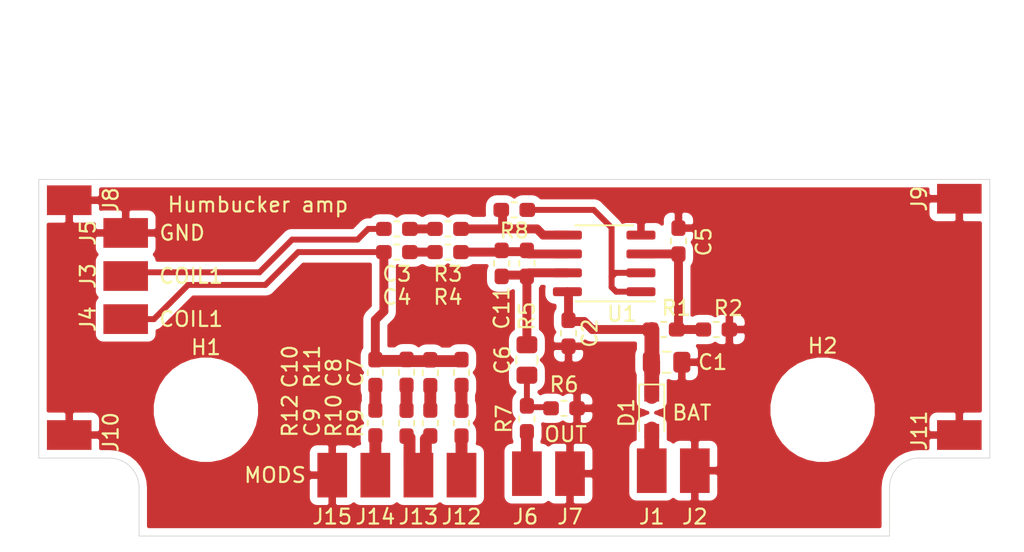
<source format=kicad_pcb>
(kicad_pcb (version 20171130) (host pcbnew 5.1.8-db9833491~88~ubuntu20.04.1)

  (general
    (thickness 1.6)
    (drawings 24)
    (tracks 81)
    (zones 0)
    (modules 43)
    (nets 22)
  )

  (page A4)
  (layers
    (0 F.Cu signal)
    (31 B.Cu signal)
    (32 B.Adhes user)
    (33 F.Adhes user)
    (34 B.Paste user)
    (35 F.Paste user)
    (36 B.SilkS user)
    (37 F.SilkS user)
    (38 B.Mask user)
    (39 F.Mask user)
    (40 Dwgs.User user)
    (41 Cmts.User user)
    (42 Eco1.User user)
    (43 Eco2.User user)
    (44 Edge.Cuts user)
    (45 Margin user)
    (46 B.CrtYd user)
    (47 F.CrtYd user)
    (48 B.Fab user)
    (49 F.Fab user)
  )

  (setup
    (last_trace_width 0.2)
    (user_trace_width 0.2)
    (user_trace_width 0.25)
    (user_trace_width 0.3)
    (user_trace_width 0.4)
    (user_trace_width 0.5)
    (user_trace_width 0.6)
    (user_trace_width 0.8)
    (user_trace_width 1)
    (user_trace_width 1.2)
    (user_trace_width 1.5)
    (user_trace_width 2)
    (user_trace_width 3)
    (user_trace_width 5)
    (trace_clearance 0.2)
    (zone_clearance 0.508)
    (zone_45_only no)
    (trace_min 0.2)
    (via_size 0.6)
    (via_drill 0.3)
    (via_min_size 0.4)
    (via_min_drill 0.3)
    (user_via 0.6 0.3)
    (uvia_size 0.3)
    (uvia_drill 0.1)
    (uvias_allowed no)
    (uvia_min_size 0.2)
    (uvia_min_drill 0.1)
    (edge_width 0.05)
    (segment_width 0.2)
    (pcb_text_width 0.3)
    (pcb_text_size 1.5 1.5)
    (mod_edge_width 0.12)
    (mod_text_size 1 1)
    (mod_text_width 0.15)
    (pad_size 1.524 1.524)
    (pad_drill 0.762)
    (pad_to_mask_clearance 0.05)
    (aux_axis_origin 102.25 86)
    (visible_elements FFFFFF7F)
    (pcbplotparams
      (layerselection 0x010f0_ffffffff)
      (usegerberextensions false)
      (usegerberattributes true)
      (usegerberadvancedattributes true)
      (creategerberjobfile true)
      (excludeedgelayer true)
      (linewidth 0.100000)
      (plotframeref false)
      (viasonmask false)
      (mode 1)
      (useauxorigin true)
      (hpglpennumber 1)
      (hpglpenspeed 20)
      (hpglpendiameter 15.000000)
      (psnegative false)
      (psa4output false)
      (plotreference true)
      (plotvalue false)
      (plotinvisibletext false)
      (padsonsilk false)
      (subtractmaskfromsilk false)
      (outputformat 1)
      (mirror false)
      (drillshape 0)
      (scaleselection 1)
      (outputdirectory "Gerbers"))
  )

  (net 0 "")
  (net 1 GND)
  (net 2 "Net-(C1-Pad1)")
  (net 3 "Net-(C3-Pad2)")
  (net 4 "Net-(C3-Pad1)")
  (net 5 "Net-(C4-Pad1)")
  (net 6 "Net-(C5-Pad1)")
  (net 7 "Net-(C6-Pad1)")
  (net 8 "Net-(D1-Pad2)")
  (net 9 "Net-(R3-Pad1)")
  (net 10 +4V)
  (net 11 "Net-(J6-Pad1)")
  (net 12 /COIL_MODS)
  (net 13 "Net-(C7-Pad1)")
  (net 14 "Net-(C8-Pad1)")
  (net 15 "Net-(C9-Pad2)")
  (net 16 "Net-(C9-Pad1)")
  (net 17 "Net-(C10-Pad1)")
  (net 18 "Net-(J12-Pad1)")
  (net 19 "Net-(J14-Pad1)")
  (net 20 "Net-(C11-Pad1)")
  (net 21 "Net-(C11-Pad2)")

  (net_class Default "This is the default net class."
    (clearance 0.2)
    (trace_width 0.2)
    (via_dia 0.6)
    (via_drill 0.3)
    (uvia_dia 0.3)
    (uvia_drill 0.1)
    (add_net +4V)
    (add_net /COIL_MODS)
    (add_net GND)
    (add_net "Net-(C1-Pad1)")
    (add_net "Net-(C10-Pad1)")
    (add_net "Net-(C11-Pad1)")
    (add_net "Net-(C11-Pad2)")
    (add_net "Net-(C3-Pad1)")
    (add_net "Net-(C3-Pad2)")
    (add_net "Net-(C4-Pad1)")
    (add_net "Net-(C5-Pad1)")
    (add_net "Net-(C6-Pad1)")
    (add_net "Net-(C7-Pad1)")
    (add_net "Net-(C8-Pad1)")
    (add_net "Net-(C9-Pad1)")
    (add_net "Net-(C9-Pad2)")
    (add_net "Net-(D1-Pad2)")
    (add_net "Net-(J12-Pad1)")
    (add_net "Net-(J14-Pad1)")
    (add_net "Net-(J6-Pad1)")
    (add_net "Net-(R3-Pad1)")
  )

  (module NeofoxxLibs:FOX_LOGO_MASK (layer F.Cu) (tedit 0) (tstamp 5F62BD79)
    (at 155 67.7)
    (path /5F7B64C2)
    (fp_text reference MARK1 (at 0 0) (layer F.SilkS) hide
      (effects (font (size 1.524 1.524) (thickness 0.3)))
    )
    (fp_text value LOGO (at 0.75 0) (layer F.SilkS) hide
      (effects (font (size 1.524 1.524) (thickness 0.3)))
    )
    (fp_poly (pts (xy -0.865636 -2.573781) (xy -0.843371 -2.545224) (xy -0.816581 -2.50518) (xy -0.790179 -2.461109)
      (xy -0.783722 -2.449427) (xy -0.769423 -2.423376) (xy -0.745961 -2.381072) (xy -0.714559 -2.324705)
      (xy -0.676443 -2.256465) (xy -0.632836 -2.17854) (xy -0.584963 -2.093122) (xy -0.534048 -2.002398)
      (xy -0.481315 -1.90856) (xy -0.477825 -1.902354) (xy -0.217432 -1.439333) (xy 0.217432 -1.439333)
      (xy 0.477825 -1.902354) (xy 0.530634 -1.996321) (xy 0.581706 -2.087315) (xy 0.629816 -2.173149)
      (xy 0.67374 -2.251631) (xy 0.712254 -2.320573) (xy 0.744133 -2.377785) (xy 0.768153 -2.421078)
      (xy 0.783089 -2.448261) (xy 0.783722 -2.449427) (xy 0.809171 -2.493305) (xy 0.836341 -2.535179)
      (xy 0.86032 -2.567591) (xy 0.865635 -2.573781) (xy 0.902046 -2.614083) (xy 1.088252 -2.614083)
      (xy 1.119671 -2.571361) (xy 1.130485 -2.553228) (xy 1.149174 -2.517995) (xy 1.174702 -2.467765)
      (xy 1.206035 -2.404637) (xy 1.242139 -2.330714) (xy 1.281979 -2.248097) (xy 1.324521 -2.158887)
      (xy 1.36586 -2.071298) (xy 1.439077 -1.915417) (xy 1.504269 -1.77679) (xy 1.562409 -1.653512)
      (xy 1.614472 -1.543676) (xy 1.66143 -1.445377) (xy 1.704256 -1.356711) (xy 1.743923 -1.275771)
      (xy 1.781404 -1.200653) (xy 1.817673 -1.12945) (xy 1.853702 -1.060258) (xy 1.890465 -0.99117)
      (xy 1.928934 -0.920282) (xy 1.970083 -0.845687) (xy 2.014884 -0.765482) (xy 2.064312 -0.677759)
      (xy 2.119338 -0.580614) (xy 2.180936 -0.472141) (xy 2.196641 -0.4445) (xy 2.566458 0.206375)
      (xy 2.569988 0.324352) (xy 2.571068 0.379398) (xy 2.569906 0.419998) (xy 2.565687 0.452826)
      (xy 2.557598 0.484555) (xy 2.546433 0.517415) (xy 2.500529 0.626189) (xy 2.443644 0.725673)
      (xy 2.372274 0.821427) (xy 2.313016 0.887952) (xy 2.296807 0.90298) (xy 2.265108 0.930335)
      (xy 2.218981 0.969151) (xy 2.159488 1.018563) (xy 2.08769 1.077704) (xy 2.00465 1.145708)
      (xy 1.91143 1.221711) (xy 1.809092 1.304845) (xy 1.698698 1.394246) (xy 1.581309 1.489046)
      (xy 1.457989 1.588382) (xy 1.329799 1.691386) (xy 1.197801 1.797193) (xy 1.19334 1.800764)
      (xy 0.137722 2.645833) (xy -0.002577 2.645044) (xy -0.142875 2.644255) (xy -1.183629 1.810315)
      (xy -1.314624 1.705272) (xy -1.441778 1.603155) (xy -1.56403 1.504826) (xy -1.680316 1.411144)
      (xy -1.789576 1.322971) (xy -1.890748 1.241166) (xy -1.982769 1.16659) (xy -2.064578 1.100104)
      (xy -2.135112 1.042568) (xy -2.193311 0.994844) (xy -2.238111 0.957791) (xy -2.268451 0.93227)
      (xy -2.282945 0.919458) (xy -2.3264 0.873535) (xy -2.373137 0.818039) (xy -2.418757 0.758743)
      (xy -2.45886 0.701417) (xy -2.489044 0.651835) (xy -2.493628 0.643111) (xy -2.510872 0.605975)
      (xy -2.530379 0.559369) (xy -2.546525 0.517161) (xy -2.558723 0.480857) (xy -2.566335 0.449349)
      (xy -2.570171 0.415969) (xy -2.571042 0.374052) (xy -2.570668 0.356399) (xy -2.41807 0.356399)
      (xy -2.406596 0.40165) (xy -2.384206 0.456425) (xy -2.352635 0.517723) (xy -2.313617 0.582544)
      (xy -2.268889 0.647886) (xy -2.220184 0.710749) (xy -2.169238 0.768131) (xy -2.147066 0.79038)
      (xy -2.13239 0.803272) (xy -2.103584 0.827443) (xy -2.062342 0.861528) (xy -2.010358 0.90416)
      (xy -1.949325 0.953974) (xy -1.880937 1.009603) (xy -1.806888 1.069681) (xy -1.728872 1.132842)
      (xy -1.648582 1.19772) (xy -1.567711 1.262949) (xy -1.487955 1.327163) (xy -1.411005 1.388996)
      (xy -1.338557 1.447081) (xy -1.272304 1.500054) (xy -1.213939 1.546546) (xy -1.165156 1.585193)
      (xy -1.127649 1.614629) (xy -1.103111 1.633486) (xy -1.093237 1.6404) (xy -1.093176 1.640409)
      (xy -1.095594 1.631015) (xy -1.103751 1.605247) (xy -1.116464 1.56673) (xy -1.132547 1.519094)
      (xy -1.137645 1.504171) (xy -1.20549 1.321984) (xy -1.2863 1.13204) (xy -1.377489 0.939371)
      (xy -1.476473 0.749012) (xy -1.580666 0.565995) (xy -1.687482 0.395356) (xy -1.765654 0.281462)
      (xy -1.807555 0.226903) (xy -1.857955 0.167398) (xy -1.913144 0.106799) (xy -1.969411 0.048958)
      (xy -2.023048 -0.002271) (xy -2.070344 -0.043036) (xy -2.097482 -0.063142) (xy -2.12989 -0.084038)
      (xy -2.155619 -0.099253) (xy -2.169543 -0.105775) (xy -2.170084 -0.105833) (xy -2.177365 -0.097087)
      (xy -2.19306 -0.072936) (xy -2.215366 -0.036516) (xy -2.242482 0.009037) (xy -2.272605 0.060588)
      (xy -2.303936 0.115003) (xy -2.334671 0.169146) (xy -2.36301 0.219881) (xy -2.387151 0.264075)
      (xy -2.405292 0.298591) (xy -2.415633 0.320295) (xy -2.416892 0.323674) (xy -2.41807 0.356399)
      (xy -2.570668 0.356399) (xy -2.569988 0.324352) (xy -2.566458 0.206375) (xy -2.295547 -0.270427)
      (xy -2.081945 -0.270427) (xy -2.074268 -0.260743) (xy -2.0519 -0.245911) (xy -2.019622 -0.229084)
      (xy -2.018445 -0.228532) (xy -1.98901 -0.212916) (xy -1.95876 -0.192439) (xy -1.924535 -0.164483)
      (xy -1.883174 -0.126429) (xy -1.831517 -0.075661) (xy -1.820333 -0.064418) (xy -1.723522 0.04002)
      (xy -1.630408 0.154886) (xy -1.539519 0.282349) (xy -1.449385 0.42458) (xy -1.358533 0.583748)
      (xy -1.282196 0.728958) (xy -1.196841 0.901904) (xy -1.123563 1.061877) (xy -1.061026 1.212277)
      (xy -1.007896 1.356507) (xy -0.962835 1.497967) (xy -0.924727 1.639175) (xy -0.910911 1.694181)
      (xy -0.898396 1.742257) (xy -0.888239 1.779466) (xy -0.881501 1.80187) (xy -0.879827 1.806148)
      (xy -0.869898 1.816129) (xy -0.845885 1.837159) (xy -0.810291 1.867138) (xy -0.765621 1.903968)
      (xy -0.714378 1.945551) (xy -0.693208 1.962558) (xy -0.629084 2.013358) (xy -0.57926 2.05143)
      (xy -0.542061 2.077928) (xy -0.515809 2.094004) (xy -0.498827 2.100812) (xy -0.492125 2.10086)
      (xy -0.47116 2.095196) (xy -0.437411 2.086194) (xy -0.402167 2.076855) (xy -0.379674 2.071649)
      (xy -0.354251 2.067525) (xy -0.323291 2.064369) (xy -0.284187 2.062067) (xy -0.234333 2.060506)
      (xy -0.171123 2.059573) (xy -0.091948 2.059155) (xy 0.005292 2.059137) (xy 0.100183 2.059348)
      (xy 0.176657 2.059802) (xy 0.237465 2.060654) (xy 0.285357 2.062057) (xy 0.323081 2.064165)
      (xy 0.35339 2.067134) (xy 0.379031 2.071116) (xy 0.402756 2.076267) (xy 0.427315 2.08274)
      (xy 0.427571 2.082811) (xy 0.469691 2.093081) (xy 0.502592 2.098358) (xy 0.521299 2.097896)
      (xy 0.522821 2.09711) (xy 0.560294 2.067994) (xy 0.604835 2.032772) (xy 0.65363 1.99374)
      (xy 0.703859 1.953197) (xy 0.752708 1.913438) (xy 0.797358 1.876759) (xy 0.834993 1.845459)
      (xy 0.862796 1.821832) (xy 0.87795 1.808177) (xy 0.879827 1.806043) (xy 0.884611 1.791916)
      (xy 0.893306 1.761147) (xy 0.904853 1.717671) (xy 0.918194 1.665421) (xy 0.924727 1.639175)
      (xy 0.926431 1.632864) (xy 1.101986 1.632864) (xy 1.103317 1.632702) (xy 1.113751 1.624405)
      (xy 1.139244 1.604059) (xy 1.178327 1.572837) (xy 1.229532 1.531915) (xy 1.291391 1.482465)
      (xy 1.362433 1.425662) (xy 1.441191 1.36268) (xy 1.526196 1.294694) (xy 1.615979 1.222876)
      (xy 1.61925 1.220259) (xy 1.73287 1.129221) (xy 1.831212 1.050022) (xy 1.915654 0.98144)
      (xy 1.987569 0.922246) (xy 2.048333 0.871216) (xy 2.099322 0.827124) (xy 2.14191 0.788745)
      (xy 2.177474 0.754853) (xy 2.207389 0.724221) (xy 2.233029 0.695626) (xy 2.25577 0.66784)
      (xy 2.276988 0.639638) (xy 2.287866 0.624417) (xy 2.326905 0.56452) (xy 2.360982 0.503627)
      (xy 2.388539 0.445366) (xy 2.408022 0.393362) (xy 2.417874 0.351242) (xy 2.416892 0.323674)
      (xy 2.409083 0.306159) (xy 2.392964 0.274946) (xy 2.370336 0.233169) (xy 2.343 0.183965)
      (xy 2.31276 0.130467) (xy 2.281415 0.075811) (xy 2.250767 0.023133) (xy 2.222619 -0.024433)
      (xy 2.198771 -0.063751) (xy 2.181026 -0.091687) (xy 2.171184 -0.105105) (xy 2.170083 -0.105833)
      (xy 2.157603 -0.100334) (xy 2.132813 -0.085843) (xy 2.100836 -0.065375) (xy 2.097481 -0.063142)
      (xy 2.056766 -0.031903) (xy 2.007135 0.012474) (xy 1.9523 0.066135) (xy 1.895969 0.125228)
      (xy 1.841852 0.185902) (xy 1.793658 0.244303) (xy 1.765653 0.281462) (xy 1.658096 0.440582)
      (xy 1.55135 0.615768) (xy 1.447996 0.801993) (xy 1.350614 0.99423) (xy 1.261787 1.187453)
      (xy 1.184094 1.376634) (xy 1.137202 1.505464) (xy 1.121175 1.554151) (xy 1.109388 1.593774)
      (xy 1.102704 1.621092) (xy 1.101986 1.632864) (xy 0.926431 1.632864) (xy 0.96309 1.497098)
      (xy 1.008196 1.355632) (xy 1.061381 1.211374) (xy 1.123979 1.060925) (xy 1.197327 0.900883)
      (xy 1.282196 0.728958) (xy 1.374742 0.554226) (xy 1.465359 0.398216) (xy 1.55552 0.258759)
      (xy 1.646696 0.133685) (xy 1.740357 0.020824) (xy 1.820333 -0.064418) (xy 1.874292 -0.117885)
      (xy 1.917357 -0.158142) (xy 1.95269 -0.187806) (xy 1.983449 -0.209497) (xy 2.012795 -0.225831)
      (xy 2.018444 -0.228532) (xy 2.050968 -0.245371) (xy 2.073738 -0.26032) (xy 2.081975 -0.270223)
      (xy 2.081944 -0.270427) (xy 2.076363 -0.281834) (xy 2.061452 -0.309564) (xy 2.038361 -0.351547)
      (xy 2.008243 -0.405715) (xy 1.972246 -0.470001) (xy 1.931523 -0.542337) (xy 1.887223 -0.620654)
      (xy 1.878774 -0.635552) (xy 1.826831 -0.727813) (xy 1.77878 -0.81485) (xy 1.733036 -0.89977)
      (xy 1.68801 -0.985683) (xy 1.642115 -1.075696) (xy 1.593766 -1.172917) (xy 1.541375 -1.280455)
      (xy 1.483355 -1.401417) (xy 1.425168 -1.524) (xy 1.376291 -1.627444) (xy 1.32868 -1.728381)
      (xy 1.283379 -1.824588) (xy 1.241429 -1.913846) (xy 1.203872 -1.993933) (xy 1.17175 -2.062628)
      (xy 1.146107 -2.11771) (xy 1.127983 -2.156959) (xy 1.122233 -2.169583) (xy 1.097031 -2.2245)
      (xy 1.069922 -2.282134) (xy 1.044907 -2.334037) (xy 1.032322 -2.359399) (xy 0.992592 -2.43809)
      (xy 0.973032 -2.412316) (xy 0.961697 -2.394414) (xy 0.942877 -2.361416) (xy 0.918655 -2.317108)
      (xy 0.89111 -2.265276) (xy 0.871609 -2.227792) (xy 0.84376 -2.174351) (xy 0.818604 -2.127132)
      (xy 0.797994 -2.089529) (xy 0.783779 -2.064934) (xy 0.778519 -2.057159) (xy 0.771083 -2.045631)
      (xy 0.754477 -2.017607) (xy 0.72984 -1.975078) (xy 0.698309 -1.920034) (xy 0.661023 -1.854467)
      (xy 0.619119 -1.780367) (xy 0.573737 -1.699725) (xy 0.550333 -1.657996) (xy 0.333375 -1.270715)
      (xy 0.273037 -1.270358) (xy 0.226263 -1.273156) (xy 0.175167 -1.280674) (xy 0.151751 -1.285875)
      (xy 0.091194 -1.296402) (xy 0.019323 -1.300942) (xy -0.054872 -1.299497) (xy -0.122402 -1.292066)
      (xy -0.151751 -1.285875) (xy -0.198766 -1.276674) (xy -0.249788 -1.271127) (xy -0.273037 -1.270358)
      (xy -0.333375 -1.270715) (xy -0.550333 -1.657996) (xy -0.597017 -1.741139) (xy -0.640786 -1.818727)
      (xy -0.6805 -1.888767) (xy -0.715022 -1.949269) (xy -0.743214 -1.998243) (xy -0.763938 -2.033696)
      (xy -0.776056 -2.053639) (xy -0.778519 -2.057159) (xy -0.786927 -2.070176) (xy -0.803075 -2.098667)
      (xy -0.825114 -2.139238) (xy -0.85119 -2.188497) (xy -0.87161 -2.227792) (xy -0.900223 -2.282571)
      (xy -0.926925 -2.332392) (xy -0.949633 -2.373469) (xy -0.966268 -2.402015) (xy -0.973032 -2.412316)
      (xy -0.992592 -2.43809) (xy -1.032322 -2.359399) (xy -1.054072 -2.315194) (xy -1.080372 -2.260074)
      (xy -1.107218 -2.202489) (xy -1.122233 -2.169583) (xy -1.136353 -2.138775) (xy -1.158496 -2.091061)
      (xy -1.18762 -2.028661) (xy -1.222682 -1.953797) (xy -1.262641 -1.86869) (xy -1.306455 -1.775561)
      (xy -1.353081 -1.676631) (xy -1.401476 -1.57412) (xy -1.425169 -1.524) (xy -1.489593 -1.388339)
      (xy -1.546965 -1.268892) (xy -1.59887 -1.162553) (xy -1.646895 -1.066211) (xy -1.692628 -0.97676)
      (xy -1.737655 -0.891092) (xy -1.783563 -0.806097) (xy -1.831938 -0.718669) (xy -1.878774 -0.635552)
      (xy -1.923606 -0.556359) (xy -1.965074 -0.482768) (xy -2.002027 -0.416846) (xy -2.033313 -0.36066)
      (xy -2.057783 -0.31628) (xy -2.074286 -0.285773) (xy -2.08167 -0.271206) (xy -2.081945 -0.270427)
      (xy -2.295547 -0.270427) (xy -2.196641 -0.4445) (xy -2.133339 -0.555944) (xy -2.07684 -0.655607)
      (xy -2.02617 -0.745396) (xy -1.980358 -0.827214) (xy -1.93843 -0.902969) (xy -1.899412 -0.974565)
      (xy -1.862332 -1.043908) (xy -1.826217 -1.112903) (xy -1.790093 -1.183456) (xy -1.752988 -1.257472)
      (xy -1.713928 -1.336856) (xy -1.671941 -1.423514) (xy -1.626053 -1.519352) (xy -1.575291 -1.626275)
      (xy -1.518682 -1.746188) (xy -1.455253 -1.880996) (xy -1.384031 -2.032606) (xy -1.365861 -2.071298)
      (xy -1.321728 -2.164775) (xy -1.279328 -2.253625) (xy -1.239697 -2.335747) (xy -1.203868 -2.40904)
      (xy -1.172877 -2.471402) (xy -1.147757 -2.520732) (xy -1.129543 -2.554929) (xy -1.119671 -2.571361)
      (xy -1.088252 -2.614083) (xy -0.902047 -2.614083) (xy -0.865636 -2.573781)) (layer F.Mask) (width 0.01))
  )

  (module Resistor_SMD:R_0603_1608Metric_Pad1.05x0.95mm_HandSolder (layer F.Cu) (tedit 5B301BBD) (tstamp 5F60348A)
    (at 124.9 78.3875 90)
    (descr "Resistor SMD 0603 (1608 Metric), square (rectangular) end terminal, IPC_7351 nominal with elongated pad for handsoldering. (Body size source: http://www.tortai-tech.com/upload/download/2011102023233369053.pdf), generated with kicad-footprint-generator")
    (tags "resistor handsolder")
    (path /5F6ECA6F)
    (attr smd)
    (fp_text reference R12 (at 0.4875 -5.75 90) (layer F.SilkS)
      (effects (font (size 1 1) (thickness 0.15)))
    )
    (fp_text value ? (at 0 1.43 90) (layer F.Fab)
      (effects (font (size 1 1) (thickness 0.15)))
    )
    (fp_line (start 1.65 0.73) (end -1.65 0.73) (layer F.CrtYd) (width 0.05))
    (fp_line (start 1.65 -0.73) (end 1.65 0.73) (layer F.CrtYd) (width 0.05))
    (fp_line (start -1.65 -0.73) (end 1.65 -0.73) (layer F.CrtYd) (width 0.05))
    (fp_line (start -1.65 0.73) (end -1.65 -0.73) (layer F.CrtYd) (width 0.05))
    (fp_line (start -0.171267 0.51) (end 0.171267 0.51) (layer F.SilkS) (width 0.12))
    (fp_line (start -0.171267 -0.51) (end 0.171267 -0.51) (layer F.SilkS) (width 0.12))
    (fp_line (start 0.8 0.4) (end -0.8 0.4) (layer F.Fab) (width 0.1))
    (fp_line (start 0.8 -0.4) (end 0.8 0.4) (layer F.Fab) (width 0.1))
    (fp_line (start -0.8 -0.4) (end 0.8 -0.4) (layer F.Fab) (width 0.1))
    (fp_line (start -0.8 0.4) (end -0.8 -0.4) (layer F.Fab) (width 0.1))
    (fp_text user %R (at 0 0 90) (layer F.Fab)
      (effects (font (size 0.4 0.4) (thickness 0.06)))
    )
    (pad 2 smd roundrect (at 0.875 0 90) (size 1.05 0.95) (layers F.Cu F.Paste F.Mask) (roundrect_rratio 0.25)
      (net 17 "Net-(C10-Pad1)"))
    (pad 1 smd roundrect (at -0.875 0 90) (size 1.05 0.95) (layers F.Cu F.Paste F.Mask) (roundrect_rratio 0.25)
      (net 19 "Net-(J14-Pad1)"))
    (model ${KISYS3DMOD}/Resistor_SMD.3dshapes/R_0603_1608Metric.wrl
      (at (xyz 0 0 0))
      (scale (xyz 1 1 1))
      (rotate (xyz 0 0 0))
    )
  )

  (module Resistor_SMD:R_0603_1608Metric_Pad1.05x0.95mm_HandSolder (layer F.Cu) (tedit 5B301BBD) (tstamp 5F603479)
    (at 127 74.9875 90)
    (descr "Resistor SMD 0603 (1608 Metric), square (rectangular) end terminal, IPC_7351 nominal with elongated pad for handsoldering. (Body size source: http://www.tortai-tech.com/upload/download/2011102023233369053.pdf), generated with kicad-footprint-generator")
    (tags "resistor handsolder")
    (path /5F6F42AB)
    (attr smd)
    (fp_text reference R11 (at 0.3875 -6.35 90) (layer F.SilkS)
      (effects (font (size 1 1) (thickness 0.15)))
    )
    (fp_text value ? (at 0 1.43 90) (layer F.Fab)
      (effects (font (size 1 1) (thickness 0.15)))
    )
    (fp_line (start 1.65 0.73) (end -1.65 0.73) (layer F.CrtYd) (width 0.05))
    (fp_line (start 1.65 -0.73) (end 1.65 0.73) (layer F.CrtYd) (width 0.05))
    (fp_line (start -1.65 -0.73) (end 1.65 -0.73) (layer F.CrtYd) (width 0.05))
    (fp_line (start -1.65 0.73) (end -1.65 -0.73) (layer F.CrtYd) (width 0.05))
    (fp_line (start -0.171267 0.51) (end 0.171267 0.51) (layer F.SilkS) (width 0.12))
    (fp_line (start -0.171267 -0.51) (end 0.171267 -0.51) (layer F.SilkS) (width 0.12))
    (fp_line (start 0.8 0.4) (end -0.8 0.4) (layer F.Fab) (width 0.1))
    (fp_line (start 0.8 -0.4) (end 0.8 0.4) (layer F.Fab) (width 0.1))
    (fp_line (start -0.8 -0.4) (end 0.8 -0.4) (layer F.Fab) (width 0.1))
    (fp_line (start -0.8 0.4) (end -0.8 -0.4) (layer F.Fab) (width 0.1))
    (fp_text user %R (at 0 0 90) (layer F.Fab)
      (effects (font (size 0.4 0.4) (thickness 0.06)))
    )
    (pad 2 smd roundrect (at 0.875 0 90) (size 1.05 0.95) (layers F.Cu F.Paste F.Mask) (roundrect_rratio 0.25)
      (net 12 /COIL_MODS))
    (pad 1 smd roundrect (at -0.875 0 90) (size 1.05 0.95) (layers F.Cu F.Paste F.Mask) (roundrect_rratio 0.25)
      (net 15 "Net-(C9-Pad2)"))
    (model ${KISYS3DMOD}/Resistor_SMD.3dshapes/R_0603_1608Metric.wrl
      (at (xyz 0 0 0))
      (scale (xyz 1 1 1))
      (rotate (xyz 0 0 0))
    )
  )

  (module Resistor_SMD:R_0603_1608Metric_Pad1.05x0.95mm_HandSolder (layer F.Cu) (tedit 5B301BBD) (tstamp 5F603468)
    (at 128.6 78.3875 90)
    (descr "Resistor SMD 0603 (1608 Metric), square (rectangular) end terminal, IPC_7351 nominal with elongated pad for handsoldering. (Body size source: http://www.tortai-tech.com/upload/download/2011102023233369053.pdf), generated with kicad-footprint-generator")
    (tags "resistor handsolder")
    (path /5F6EB362)
    (attr smd)
    (fp_text reference R10 (at 0.4875 -6.5 90) (layer F.SilkS)
      (effects (font (size 1 1) (thickness 0.15)))
    )
    (fp_text value ? (at 0 1.43 90) (layer F.Fab)
      (effects (font (size 1 1) (thickness 0.15)))
    )
    (fp_line (start 1.65 0.73) (end -1.65 0.73) (layer F.CrtYd) (width 0.05))
    (fp_line (start 1.65 -0.73) (end 1.65 0.73) (layer F.CrtYd) (width 0.05))
    (fp_line (start -1.65 -0.73) (end 1.65 -0.73) (layer F.CrtYd) (width 0.05))
    (fp_line (start -1.65 0.73) (end -1.65 -0.73) (layer F.CrtYd) (width 0.05))
    (fp_line (start -0.171267 0.51) (end 0.171267 0.51) (layer F.SilkS) (width 0.12))
    (fp_line (start -0.171267 -0.51) (end 0.171267 -0.51) (layer F.SilkS) (width 0.12))
    (fp_line (start 0.8 0.4) (end -0.8 0.4) (layer F.Fab) (width 0.1))
    (fp_line (start 0.8 -0.4) (end 0.8 0.4) (layer F.Fab) (width 0.1))
    (fp_line (start -0.8 -0.4) (end 0.8 -0.4) (layer F.Fab) (width 0.1))
    (fp_line (start -0.8 0.4) (end -0.8 -0.4) (layer F.Fab) (width 0.1))
    (fp_text user %R (at 0 0 90) (layer F.Fab)
      (effects (font (size 0.4 0.4) (thickness 0.06)))
    )
    (pad 2 smd roundrect (at 0.875 0 90) (size 1.05 0.95) (layers F.Cu F.Paste F.Mask) (roundrect_rratio 0.25)
      (net 14 "Net-(C8-Pad1)"))
    (pad 1 smd roundrect (at -0.875 0 90) (size 1.05 0.95) (layers F.Cu F.Paste F.Mask) (roundrect_rratio 0.25)
      (net 16 "Net-(C9-Pad1)"))
    (model ${KISYS3DMOD}/Resistor_SMD.3dshapes/R_0603_1608Metric.wrl
      (at (xyz 0 0 0))
      (scale (xyz 1 1 1))
      (rotate (xyz 0 0 0))
    )
  )

  (module Resistor_SMD:R_0603_1608Metric_Pad1.05x0.95mm_HandSolder (layer F.Cu) (tedit 5B301BBD) (tstamp 5F60362F)
    (at 130.7 78.4 90)
    (descr "Resistor SMD 0603 (1608 Metric), square (rectangular) end terminal, IPC_7351 nominal with elongated pad for handsoldering. (Body size source: http://www.tortai-tech.com/upload/download/2011102023233369053.pdf), generated with kicad-footprint-generator")
    (tags "resistor handsolder")
    (path /5F6E130C)
    (attr smd)
    (fp_text reference R9 (at 0 -7.13 90) (layer F.SilkS)
      (effects (font (size 1 1) (thickness 0.15)))
    )
    (fp_text value ? (at 0 1.43 90) (layer F.Fab)
      (effects (font (size 1 1) (thickness 0.15)))
    )
    (fp_line (start 1.65 0.73) (end -1.65 0.73) (layer F.CrtYd) (width 0.05))
    (fp_line (start 1.65 -0.73) (end 1.65 0.73) (layer F.CrtYd) (width 0.05))
    (fp_line (start -1.65 -0.73) (end 1.65 -0.73) (layer F.CrtYd) (width 0.05))
    (fp_line (start -1.65 0.73) (end -1.65 -0.73) (layer F.CrtYd) (width 0.05))
    (fp_line (start -0.171267 0.51) (end 0.171267 0.51) (layer F.SilkS) (width 0.12))
    (fp_line (start -0.171267 -0.51) (end 0.171267 -0.51) (layer F.SilkS) (width 0.12))
    (fp_line (start 0.8 0.4) (end -0.8 0.4) (layer F.Fab) (width 0.1))
    (fp_line (start 0.8 -0.4) (end 0.8 0.4) (layer F.Fab) (width 0.1))
    (fp_line (start -0.8 -0.4) (end 0.8 -0.4) (layer F.Fab) (width 0.1))
    (fp_line (start -0.8 0.4) (end -0.8 -0.4) (layer F.Fab) (width 0.1))
    (fp_text user %R (at 0 0 90) (layer F.Fab)
      (effects (font (size 0.4 0.4) (thickness 0.06)))
    )
    (pad 2 smd roundrect (at 0.875 0 90) (size 1.05 0.95) (layers F.Cu F.Paste F.Mask) (roundrect_rratio 0.25)
      (net 13 "Net-(C7-Pad1)"))
    (pad 1 smd roundrect (at -0.875 0 90) (size 1.05 0.95) (layers F.Cu F.Paste F.Mask) (roundrect_rratio 0.25)
      (net 18 "Net-(J12-Pad1)"))
    (model ${KISYS3DMOD}/Resistor_SMD.3dshapes/R_0603_1608Metric.wrl
      (at (xyz 0 0 0))
      (scale (xyz 1 1 1))
      (rotate (xyz 0 0 0))
    )
  )

  (module Resistor_SMD:R_0603_1608Metric_Pad1.05x0.95mm_HandSolder (layer F.Cu) (tedit 5B301BBD) (tstamp 5F6289E2)
    (at 134.25 64.05)
    (descr "Resistor SMD 0603 (1608 Metric), square (rectangular) end terminal, IPC_7351 nominal with elongated pad for handsoldering. (Body size source: http://www.tortai-tech.com/upload/download/2011102023233369053.pdf), generated with kicad-footprint-generator")
    (tags "resistor handsolder")
    (path /5F6D1A0C)
    (attr smd)
    (fp_text reference R8 (at 0 1.4) (layer F.SilkS)
      (effects (font (size 1 1) (thickness 0.15)))
    )
    (fp_text value 220k (at 0 1.43) (layer F.Fab)
      (effects (font (size 1 1) (thickness 0.15)))
    )
    (fp_line (start 1.65 0.73) (end -1.65 0.73) (layer F.CrtYd) (width 0.05))
    (fp_line (start 1.65 -0.73) (end 1.65 0.73) (layer F.CrtYd) (width 0.05))
    (fp_line (start -1.65 -0.73) (end 1.65 -0.73) (layer F.CrtYd) (width 0.05))
    (fp_line (start -1.65 0.73) (end -1.65 -0.73) (layer F.CrtYd) (width 0.05))
    (fp_line (start -0.171267 0.51) (end 0.171267 0.51) (layer F.SilkS) (width 0.12))
    (fp_line (start -0.171267 -0.51) (end 0.171267 -0.51) (layer F.SilkS) (width 0.12))
    (fp_line (start 0.8 0.4) (end -0.8 0.4) (layer F.Fab) (width 0.1))
    (fp_line (start 0.8 -0.4) (end 0.8 0.4) (layer F.Fab) (width 0.1))
    (fp_line (start -0.8 -0.4) (end 0.8 -0.4) (layer F.Fab) (width 0.1))
    (fp_line (start -0.8 0.4) (end -0.8 -0.4) (layer F.Fab) (width 0.1))
    (fp_text user %R (at 0 0) (layer F.Fab)
      (effects (font (size 0.4 0.4) (thickness 0.06)))
    )
    (pad 2 smd roundrect (at 0.875 0) (size 1.05 0.95) (layers F.Cu F.Paste F.Mask) (roundrect_rratio 0.25)
      (net 10 +4V))
    (pad 1 smd roundrect (at -0.875 0) (size 1.05 0.95) (layers F.Cu F.Paste F.Mask) (roundrect_rratio 0.25)
      (net 9 "Net-(R3-Pad1)"))
    (model ${KISYS3DMOD}/Resistor_SMD.3dshapes/R_0603_1608Metric.wrl
      (at (xyz 0 0 0))
      (scale (xyz 1 1 1))
      (rotate (xyz 0 0 0))
    )
  )

  (module Resistor_SMD:R_0603_1608Metric_Pad1.05x0.95mm_HandSolder (layer F.Cu) (tedit 5B301BBD) (tstamp 5F5EE9EB)
    (at 135.1 78.1125 270)
    (descr "Resistor SMD 0603 (1608 Metric), square (rectangular) end terminal, IPC_7351 nominal with elongated pad for handsoldering. (Body size source: http://www.tortai-tech.com/upload/download/2011102023233369053.pdf), generated with kicad-footprint-generator")
    (tags "resistor handsolder")
    (path /5F64BEF0)
    (attr smd)
    (fp_text reference R7 (at 0 1.55 90) (layer F.SilkS)
      (effects (font (size 1 1) (thickness 0.15)))
    )
    (fp_text value 10k (at 0 1.43 90) (layer F.Fab)
      (effects (font (size 1 1) (thickness 0.15)))
    )
    (fp_line (start 1.65 0.73) (end -1.65 0.73) (layer F.CrtYd) (width 0.05))
    (fp_line (start 1.65 -0.73) (end 1.65 0.73) (layer F.CrtYd) (width 0.05))
    (fp_line (start -1.65 -0.73) (end 1.65 -0.73) (layer F.CrtYd) (width 0.05))
    (fp_line (start -1.65 0.73) (end -1.65 -0.73) (layer F.CrtYd) (width 0.05))
    (fp_line (start -0.171267 0.51) (end 0.171267 0.51) (layer F.SilkS) (width 0.12))
    (fp_line (start -0.171267 -0.51) (end 0.171267 -0.51) (layer F.SilkS) (width 0.12))
    (fp_line (start 0.8 0.4) (end -0.8 0.4) (layer F.Fab) (width 0.1))
    (fp_line (start 0.8 -0.4) (end 0.8 0.4) (layer F.Fab) (width 0.1))
    (fp_line (start -0.8 -0.4) (end 0.8 -0.4) (layer F.Fab) (width 0.1))
    (fp_line (start -0.8 0.4) (end -0.8 -0.4) (layer F.Fab) (width 0.1))
    (fp_text user %R (at 0 0 90) (layer F.Fab)
      (effects (font (size 0.4 0.4) (thickness 0.06)))
    )
    (pad 2 smd roundrect (at 0.875 0 270) (size 1.05 0.95) (layers F.Cu F.Paste F.Mask) (roundrect_rratio 0.25)
      (net 11 "Net-(J6-Pad1)"))
    (pad 1 smd roundrect (at -0.875 0 270) (size 1.05 0.95) (layers F.Cu F.Paste F.Mask) (roundrect_rratio 0.25)
      (net 7 "Net-(C6-Pad1)"))
    (model ${KISYS3DMOD}/Resistor_SMD.3dshapes/R_0603_1608Metric.wrl
      (at (xyz 0 0 0))
      (scale (xyz 1 1 1))
      (rotate (xyz 0 0 0))
    )
  )

  (module Resistor_SMD:R_0603_1608Metric_Pad1.05x0.95mm_HandSolder (layer F.Cu) (tedit 5B301BBD) (tstamp 5F601E88)
    (at 137.6 77.4 180)
    (descr "Resistor SMD 0603 (1608 Metric), square (rectangular) end terminal, IPC_7351 nominal with elongated pad for handsoldering. (Body size source: http://www.tortai-tech.com/upload/download/2011102023233369053.pdf), generated with kicad-footprint-generator")
    (tags "resistor handsolder")
    (path /5F647D10)
    (attr smd)
    (fp_text reference R6 (at 0 1.6) (layer F.SilkS)
      (effects (font (size 1 1) (thickness 0.15)))
    )
    (fp_text value 220k (at 0 1.43) (layer F.Fab)
      (effects (font (size 1 1) (thickness 0.15)))
    )
    (fp_line (start 1.65 0.73) (end -1.65 0.73) (layer F.CrtYd) (width 0.05))
    (fp_line (start 1.65 -0.73) (end 1.65 0.73) (layer F.CrtYd) (width 0.05))
    (fp_line (start -1.65 -0.73) (end 1.65 -0.73) (layer F.CrtYd) (width 0.05))
    (fp_line (start -1.65 0.73) (end -1.65 -0.73) (layer F.CrtYd) (width 0.05))
    (fp_line (start -0.171267 0.51) (end 0.171267 0.51) (layer F.SilkS) (width 0.12))
    (fp_line (start -0.171267 -0.51) (end 0.171267 -0.51) (layer F.SilkS) (width 0.12))
    (fp_line (start 0.8 0.4) (end -0.8 0.4) (layer F.Fab) (width 0.1))
    (fp_line (start 0.8 -0.4) (end 0.8 0.4) (layer F.Fab) (width 0.1))
    (fp_line (start -0.8 -0.4) (end 0.8 -0.4) (layer F.Fab) (width 0.1))
    (fp_line (start -0.8 0.4) (end -0.8 -0.4) (layer F.Fab) (width 0.1))
    (fp_text user %R (at 0 0) (layer F.Fab)
      (effects (font (size 0.4 0.4) (thickness 0.06)))
    )
    (pad 2 smd roundrect (at 0.875 0 180) (size 1.05 0.95) (layers F.Cu F.Paste F.Mask) (roundrect_rratio 0.25)
      (net 7 "Net-(C6-Pad1)"))
    (pad 1 smd roundrect (at -0.875 0 180) (size 1.05 0.95) (layers F.Cu F.Paste F.Mask) (roundrect_rratio 0.25)
      (net 1 GND))
    (model ${KISYS3DMOD}/Resistor_SMD.3dshapes/R_0603_1608Metric.wrl
      (at (xyz 0 0 0))
      (scale (xyz 1 1 1))
      (rotate (xyz 0 0 0))
    )
  )

  (module Resistor_SMD:R_0603_1608Metric_Pad1.05x0.95mm_HandSolder (layer F.Cu) (tedit 5B301BBD) (tstamp 5F5EE9C9)
    (at 135.1 67.65 90)
    (descr "Resistor SMD 0603 (1608 Metric), square (rectangular) end terminal, IPC_7351 nominal with elongated pad for handsoldering. (Body size source: http://www.tortai-tech.com/upload/download/2011102023233369053.pdf), generated with kicad-footprint-generator")
    (tags "resistor handsolder")
    (path /5F64546D)
    (attr smd)
    (fp_text reference R5 (at -3.55 0 90) (layer F.SilkS)
      (effects (font (size 1 1) (thickness 0.15)))
    )
    (fp_text value 220k (at 0 1.43 90) (layer F.Fab)
      (effects (font (size 1 1) (thickness 0.15)))
    )
    (fp_line (start 1.65 0.73) (end -1.65 0.73) (layer F.CrtYd) (width 0.05))
    (fp_line (start 1.65 -0.73) (end 1.65 0.73) (layer F.CrtYd) (width 0.05))
    (fp_line (start -1.65 -0.73) (end 1.65 -0.73) (layer F.CrtYd) (width 0.05))
    (fp_line (start -1.65 0.73) (end -1.65 -0.73) (layer F.CrtYd) (width 0.05))
    (fp_line (start -0.171267 0.51) (end 0.171267 0.51) (layer F.SilkS) (width 0.12))
    (fp_line (start -0.171267 -0.51) (end 0.171267 -0.51) (layer F.SilkS) (width 0.12))
    (fp_line (start 0.8 0.4) (end -0.8 0.4) (layer F.Fab) (width 0.1))
    (fp_line (start 0.8 -0.4) (end 0.8 0.4) (layer F.Fab) (width 0.1))
    (fp_line (start -0.8 -0.4) (end 0.8 -0.4) (layer F.Fab) (width 0.1))
    (fp_line (start -0.8 0.4) (end -0.8 -0.4) (layer F.Fab) (width 0.1))
    (fp_text user %R (at 0 0 90) (layer F.Fab)
      (effects (font (size 0.4 0.4) (thickness 0.06)))
    )
    (pad 2 smd roundrect (at 0.875 0 90) (size 1.05 0.95) (layers F.Cu F.Paste F.Mask) (roundrect_rratio 0.25)
      (net 21 "Net-(C11-Pad2)"))
    (pad 1 smd roundrect (at -0.875 0 90) (size 1.05 0.95) (layers F.Cu F.Paste F.Mask) (roundrect_rratio 0.25)
      (net 20 "Net-(C11-Pad1)"))
    (model ${KISYS3DMOD}/Resistor_SMD.3dshapes/R_0603_1608Metric.wrl
      (at (xyz 0 0 0))
      (scale (xyz 1 1 1))
      (rotate (xyz 0 0 0))
    )
  )

  (module Resistor_SMD:R_0603_1608Metric_Pad1.05x0.95mm_HandSolder (layer F.Cu) (tedit 5B301BBD) (tstamp 5F62ABB1)
    (at 129.7875 66.89 180)
    (descr "Resistor SMD 0603 (1608 Metric), square (rectangular) end terminal, IPC_7351 nominal with elongated pad for handsoldering. (Body size source: http://www.tortai-tech.com/upload/download/2011102023233369053.pdf), generated with kicad-footprint-generator")
    (tags "resistor handsolder")
    (path /5F640D6B)
    (attr smd)
    (fp_text reference R4 (at 0 -3.03) (layer F.SilkS)
      (effects (font (size 1 1) (thickness 0.15)))
    )
    (fp_text value 30k (at 0 1.43) (layer F.Fab)
      (effects (font (size 1 1) (thickness 0.15)))
    )
    (fp_line (start 1.65 0.73) (end -1.65 0.73) (layer F.CrtYd) (width 0.05))
    (fp_line (start 1.65 -0.73) (end 1.65 0.73) (layer F.CrtYd) (width 0.05))
    (fp_line (start -1.65 -0.73) (end 1.65 -0.73) (layer F.CrtYd) (width 0.05))
    (fp_line (start -1.65 0.73) (end -1.65 -0.73) (layer F.CrtYd) (width 0.05))
    (fp_line (start -0.171267 0.51) (end 0.171267 0.51) (layer F.SilkS) (width 0.12))
    (fp_line (start -0.171267 -0.51) (end 0.171267 -0.51) (layer F.SilkS) (width 0.12))
    (fp_line (start 0.8 0.4) (end -0.8 0.4) (layer F.Fab) (width 0.1))
    (fp_line (start 0.8 -0.4) (end 0.8 0.4) (layer F.Fab) (width 0.1))
    (fp_line (start -0.8 -0.4) (end 0.8 -0.4) (layer F.Fab) (width 0.1))
    (fp_line (start -0.8 0.4) (end -0.8 -0.4) (layer F.Fab) (width 0.1))
    (fp_text user %R (at 0 0) (layer F.Fab)
      (effects (font (size 0.4 0.4) (thickness 0.06)))
    )
    (pad 2 smd roundrect (at 0.875 0 180) (size 1.05 0.95) (layers F.Cu F.Paste F.Mask) (roundrect_rratio 0.25)
      (net 5 "Net-(C4-Pad1)"))
    (pad 1 smd roundrect (at -0.875 0 180) (size 1.05 0.95) (layers F.Cu F.Paste F.Mask) (roundrect_rratio 0.25)
      (net 21 "Net-(C11-Pad2)"))
    (model ${KISYS3DMOD}/Resistor_SMD.3dshapes/R_0603_1608Metric.wrl
      (at (xyz 0 0 0))
      (scale (xyz 1 1 1))
      (rotate (xyz 0 0 0))
    )
  )

  (module Resistor_SMD:R_0603_1608Metric_Pad1.05x0.95mm_HandSolder (layer F.Cu) (tedit 5B301BBD) (tstamp 5F62AB81)
    (at 129.7875 65.33 180)
    (descr "Resistor SMD 0603 (1608 Metric), square (rectangular) end terminal, IPC_7351 nominal with elongated pad for handsoldering. (Body size source: http://www.tortai-tech.com/upload/download/2011102023233369053.pdf), generated with kicad-footprint-generator")
    (tags "resistor handsolder")
    (path /5F6401AE)
    (attr smd)
    (fp_text reference R3 (at 0 -3.03) (layer F.SilkS)
      (effects (font (size 1 1) (thickness 0.15)))
    )
    (fp_text value 0R (at 0 1.43) (layer F.Fab)
      (effects (font (size 1 1) (thickness 0.15)))
    )
    (fp_line (start 1.65 0.73) (end -1.65 0.73) (layer F.CrtYd) (width 0.05))
    (fp_line (start 1.65 -0.73) (end 1.65 0.73) (layer F.CrtYd) (width 0.05))
    (fp_line (start -1.65 -0.73) (end 1.65 -0.73) (layer F.CrtYd) (width 0.05))
    (fp_line (start -1.65 0.73) (end -1.65 -0.73) (layer F.CrtYd) (width 0.05))
    (fp_line (start -0.171267 0.51) (end 0.171267 0.51) (layer F.SilkS) (width 0.12))
    (fp_line (start -0.171267 -0.51) (end 0.171267 -0.51) (layer F.SilkS) (width 0.12))
    (fp_line (start 0.8 0.4) (end -0.8 0.4) (layer F.Fab) (width 0.1))
    (fp_line (start 0.8 -0.4) (end 0.8 0.4) (layer F.Fab) (width 0.1))
    (fp_line (start -0.8 -0.4) (end 0.8 -0.4) (layer F.Fab) (width 0.1))
    (fp_line (start -0.8 0.4) (end -0.8 -0.4) (layer F.Fab) (width 0.1))
    (fp_text user %R (at 0 0) (layer F.Fab)
      (effects (font (size 0.4 0.4) (thickness 0.06)))
    )
    (pad 2 smd roundrect (at 0.875 0 180) (size 1.05 0.95) (layers F.Cu F.Paste F.Mask) (roundrect_rratio 0.25)
      (net 4 "Net-(C3-Pad1)"))
    (pad 1 smd roundrect (at -0.875 0 180) (size 1.05 0.95) (layers F.Cu F.Paste F.Mask) (roundrect_rratio 0.25)
      (net 9 "Net-(R3-Pad1)"))
    (model ${KISYS3DMOD}/Resistor_SMD.3dshapes/R_0603_1608Metric.wrl
      (at (xyz 0 0 0))
      (scale (xyz 1 1 1))
      (rotate (xyz 0 0 0))
    )
  )

  (module Resistor_SMD:R_0603_1608Metric_Pad1.05x0.95mm_HandSolder (layer F.Cu) (tedit 5B301BBD) (tstamp 5F5EE996)
    (at 147.85 72.1)
    (descr "Resistor SMD 0603 (1608 Metric), square (rectangular) end terminal, IPC_7351 nominal with elongated pad for handsoldering. (Body size source: http://www.tortai-tech.com/upload/download/2011102023233369053.pdf), generated with kicad-footprint-generator")
    (tags "resistor handsolder")
    (path /5F5EE25C)
    (attr smd)
    (fp_text reference R2 (at 0.8 -1.43) (layer F.SilkS)
      (effects (font (size 1 1) (thickness 0.15)))
    )
    (fp_text value 1Meg (at 0 1.43) (layer F.Fab)
      (effects (font (size 1 1) (thickness 0.15)))
    )
    (fp_line (start 1.65 0.73) (end -1.65 0.73) (layer F.CrtYd) (width 0.05))
    (fp_line (start 1.65 -0.73) (end 1.65 0.73) (layer F.CrtYd) (width 0.05))
    (fp_line (start -1.65 -0.73) (end 1.65 -0.73) (layer F.CrtYd) (width 0.05))
    (fp_line (start -1.65 0.73) (end -1.65 -0.73) (layer F.CrtYd) (width 0.05))
    (fp_line (start -0.171267 0.51) (end 0.171267 0.51) (layer F.SilkS) (width 0.12))
    (fp_line (start -0.171267 -0.51) (end 0.171267 -0.51) (layer F.SilkS) (width 0.12))
    (fp_line (start 0.8 0.4) (end -0.8 0.4) (layer F.Fab) (width 0.1))
    (fp_line (start 0.8 -0.4) (end 0.8 0.4) (layer F.Fab) (width 0.1))
    (fp_line (start -0.8 -0.4) (end 0.8 -0.4) (layer F.Fab) (width 0.1))
    (fp_line (start -0.8 0.4) (end -0.8 -0.4) (layer F.Fab) (width 0.1))
    (fp_text user %R (at 0 0) (layer F.Fab)
      (effects (font (size 0.4 0.4) (thickness 0.06)))
    )
    (pad 2 smd roundrect (at 0.875 0) (size 1.05 0.95) (layers F.Cu F.Paste F.Mask) (roundrect_rratio 0.25)
      (net 1 GND))
    (pad 1 smd roundrect (at -0.875 0) (size 1.05 0.95) (layers F.Cu F.Paste F.Mask) (roundrect_rratio 0.25)
      (net 6 "Net-(C5-Pad1)"))
    (model ${KISYS3DMOD}/Resistor_SMD.3dshapes/R_0603_1608Metric.wrl
      (at (xyz 0 0 0))
      (scale (xyz 1 1 1))
      (rotate (xyz 0 0 0))
    )
  )

  (module Resistor_SMD:R_0603_1608Metric_Pad1.05x0.95mm_HandSolder (layer F.Cu) (tedit 5B301BBD) (tstamp 5F5EE985)
    (at 144.3 72.1)
    (descr "Resistor SMD 0603 (1608 Metric), square (rectangular) end terminal, IPC_7351 nominal with elongated pad for handsoldering. (Body size source: http://www.tortai-tech.com/upload/download/2011102023233369053.pdf), generated with kicad-footprint-generator")
    (tags "resistor handsolder")
    (path /5F5EDF08)
    (attr smd)
    (fp_text reference R1 (at 0.85 -1.45) (layer F.SilkS)
      (effects (font (size 1 1) (thickness 0.15)))
    )
    (fp_text value 1Meg (at 0 1.43) (layer F.Fab)
      (effects (font (size 1 1) (thickness 0.15)))
    )
    (fp_line (start 1.65 0.73) (end -1.65 0.73) (layer F.CrtYd) (width 0.05))
    (fp_line (start 1.65 -0.73) (end 1.65 0.73) (layer F.CrtYd) (width 0.05))
    (fp_line (start -1.65 -0.73) (end 1.65 -0.73) (layer F.CrtYd) (width 0.05))
    (fp_line (start -1.65 0.73) (end -1.65 -0.73) (layer F.CrtYd) (width 0.05))
    (fp_line (start -0.171267 0.51) (end 0.171267 0.51) (layer F.SilkS) (width 0.12))
    (fp_line (start -0.171267 -0.51) (end 0.171267 -0.51) (layer F.SilkS) (width 0.12))
    (fp_line (start 0.8 0.4) (end -0.8 0.4) (layer F.Fab) (width 0.1))
    (fp_line (start 0.8 -0.4) (end 0.8 0.4) (layer F.Fab) (width 0.1))
    (fp_line (start -0.8 -0.4) (end 0.8 -0.4) (layer F.Fab) (width 0.1))
    (fp_line (start -0.8 0.4) (end -0.8 -0.4) (layer F.Fab) (width 0.1))
    (fp_text user %R (at 0 0) (layer F.Fab)
      (effects (font (size 0.4 0.4) (thickness 0.06)))
    )
    (pad 2 smd roundrect (at 0.875 0) (size 1.05 0.95) (layers F.Cu F.Paste F.Mask) (roundrect_rratio 0.25)
      (net 6 "Net-(C5-Pad1)"))
    (pad 1 smd roundrect (at -0.875 0) (size 1.05 0.95) (layers F.Cu F.Paste F.Mask) (roundrect_rratio 0.25)
      (net 2 "Net-(C1-Pad1)"))
    (model ${KISYS3DMOD}/Resistor_SMD.3dshapes/R_0603_1608Metric.wrl
      (at (xyz 0 0 0))
      (scale (xyz 1 1 1))
      (rotate (xyz 0 0 0))
    )
  )

  (module Diode_SMD:D_SOD-323_HandSoldering (layer F.Cu) (tedit 58641869) (tstamp 5F5EE8F9)
    (at 143.5 77.7 270)
    (descr SOD-323)
    (tags SOD-323)
    (path /5F5ED364)
    (attr smd)
    (fp_text reference D1 (at 0 1.7 90) (layer F.SilkS)
      (effects (font (size 1 1) (thickness 0.15)))
    )
    (fp_text value SGP0230SD (at 0.1 1.9 90) (layer F.Fab)
      (effects (font (size 1 1) (thickness 0.15)))
    )
    (fp_line (start -1.9 -0.85) (end 1.25 -0.85) (layer F.SilkS) (width 0.12))
    (fp_line (start -1.9 0.85) (end 1.25 0.85) (layer F.SilkS) (width 0.12))
    (fp_line (start -2 -0.95) (end -2 0.95) (layer F.CrtYd) (width 0.05))
    (fp_line (start -2 0.95) (end 2 0.95) (layer F.CrtYd) (width 0.05))
    (fp_line (start 2 -0.95) (end 2 0.95) (layer F.CrtYd) (width 0.05))
    (fp_line (start -2 -0.95) (end 2 -0.95) (layer F.CrtYd) (width 0.05))
    (fp_line (start -0.9 -0.7) (end 0.9 -0.7) (layer F.Fab) (width 0.1))
    (fp_line (start 0.9 -0.7) (end 0.9 0.7) (layer F.Fab) (width 0.1))
    (fp_line (start 0.9 0.7) (end -0.9 0.7) (layer F.Fab) (width 0.1))
    (fp_line (start -0.9 0.7) (end -0.9 -0.7) (layer F.Fab) (width 0.1))
    (fp_line (start -0.3 -0.35) (end -0.3 0.35) (layer F.Fab) (width 0.1))
    (fp_line (start -0.3 0) (end -0.5 0) (layer F.Fab) (width 0.1))
    (fp_line (start -0.3 0) (end 0.2 -0.35) (layer F.Fab) (width 0.1))
    (fp_line (start 0.2 -0.35) (end 0.2 0.35) (layer F.Fab) (width 0.1))
    (fp_line (start 0.2 0.35) (end -0.3 0) (layer F.Fab) (width 0.1))
    (fp_line (start 0.2 0) (end 0.45 0) (layer F.Fab) (width 0.1))
    (fp_line (start -1.9 -0.85) (end -1.9 0.85) (layer F.SilkS) (width 0.12))
    (fp_text user %R (at 0 -1.85 90) (layer F.Fab)
      (effects (font (size 1 1) (thickness 0.15)))
    )
    (pad 2 smd rect (at 1.25 0 270) (size 1 1) (layers F.Cu F.Paste F.Mask)
      (net 8 "Net-(D1-Pad2)"))
    (pad 1 smd rect (at -1.25 0 270) (size 1 1) (layers F.Cu F.Paste F.Mask)
      (net 2 "Net-(C1-Pad1)"))
    (model ${KISYS3DMOD}/Diode_SMD.3dshapes/D_SOD-323.wrl
      (at (xyz 0 0 0))
      (scale (xyz 1 1 1))
      (rotate (xyz 0 0 0))
    )
  )

  (module Capacitor_SMD:C_0603_1608Metric_Pad1.05x0.95mm_HandSolder (layer F.Cu) (tedit 5B301BBE) (tstamp 5F628347)
    (at 133.4 67.65 90)
    (descr "Capacitor SMD 0603 (1608 Metric), square (rectangular) end terminal, IPC_7351 nominal with elongated pad for handsoldering. (Body size source: http://www.tortai-tech.com/upload/download/2011102023233369053.pdf), generated with kicad-footprint-generator")
    (tags "capacitor handsolder")
    (path /5F74749C)
    (attr smd)
    (fp_text reference C11 (at -3 0 90) (layer F.SilkS)
      (effects (font (size 1 1) (thickness 0.15)))
    )
    (fp_text value ?pF (at 0 1.43 90) (layer F.Fab)
      (effects (font (size 1 1) (thickness 0.15)))
    )
    (fp_line (start 1.65 0.73) (end -1.65 0.73) (layer F.CrtYd) (width 0.05))
    (fp_line (start 1.65 -0.73) (end 1.65 0.73) (layer F.CrtYd) (width 0.05))
    (fp_line (start -1.65 -0.73) (end 1.65 -0.73) (layer F.CrtYd) (width 0.05))
    (fp_line (start -1.65 0.73) (end -1.65 -0.73) (layer F.CrtYd) (width 0.05))
    (fp_line (start -0.171267 0.51) (end 0.171267 0.51) (layer F.SilkS) (width 0.12))
    (fp_line (start -0.171267 -0.51) (end 0.171267 -0.51) (layer F.SilkS) (width 0.12))
    (fp_line (start 0.8 0.4) (end -0.8 0.4) (layer F.Fab) (width 0.1))
    (fp_line (start 0.8 -0.4) (end 0.8 0.4) (layer F.Fab) (width 0.1))
    (fp_line (start -0.8 -0.4) (end 0.8 -0.4) (layer F.Fab) (width 0.1))
    (fp_line (start -0.8 0.4) (end -0.8 -0.4) (layer F.Fab) (width 0.1))
    (fp_text user %R (at 0 0 90) (layer F.Fab)
      (effects (font (size 0.4 0.4) (thickness 0.06)))
    )
    (pad 2 smd roundrect (at 0.875 0 90) (size 1.05 0.95) (layers F.Cu F.Paste F.Mask) (roundrect_rratio 0.25)
      (net 21 "Net-(C11-Pad2)"))
    (pad 1 smd roundrect (at -0.875 0 90) (size 1.05 0.95) (layers F.Cu F.Paste F.Mask) (roundrect_rratio 0.25)
      (net 20 "Net-(C11-Pad1)"))
    (model ${KISYS3DMOD}/Capacitor_SMD.3dshapes/C_0603_1608Metric.wrl
      (at (xyz 0 0 0))
      (scale (xyz 1 1 1))
      (rotate (xyz 0 0 0))
    )
  )

  (module Capacitor_SMD:C_0603_1608Metric_Pad1.05x0.95mm_HandSolder (layer F.Cu) (tedit 5B301BBE) (tstamp 5F603279)
    (at 124.9 75 90)
    (descr "Capacitor SMD 0603 (1608 Metric), square (rectangular) end terminal, IPC_7351 nominal with elongated pad for handsoldering. (Body size source: http://www.tortai-tech.com/upload/download/2011102023233369053.pdf), generated with kicad-footprint-generator")
    (tags "capacitor handsolder")
    (path /5F6ECA75)
    (attr smd)
    (fp_text reference C10 (at 0.4 -5.75 90) (layer F.SilkS)
      (effects (font (size 1 1) (thickness 0.15)))
    )
    (fp_text value ? (at 0 1.43 90) (layer F.Fab)
      (effects (font (size 1 1) (thickness 0.15)))
    )
    (fp_line (start 1.65 0.73) (end -1.65 0.73) (layer F.CrtYd) (width 0.05))
    (fp_line (start 1.65 -0.73) (end 1.65 0.73) (layer F.CrtYd) (width 0.05))
    (fp_line (start -1.65 -0.73) (end 1.65 -0.73) (layer F.CrtYd) (width 0.05))
    (fp_line (start -1.65 0.73) (end -1.65 -0.73) (layer F.CrtYd) (width 0.05))
    (fp_line (start -0.171267 0.51) (end 0.171267 0.51) (layer F.SilkS) (width 0.12))
    (fp_line (start -0.171267 -0.51) (end 0.171267 -0.51) (layer F.SilkS) (width 0.12))
    (fp_line (start 0.8 0.4) (end -0.8 0.4) (layer F.Fab) (width 0.1))
    (fp_line (start 0.8 -0.4) (end 0.8 0.4) (layer F.Fab) (width 0.1))
    (fp_line (start -0.8 -0.4) (end 0.8 -0.4) (layer F.Fab) (width 0.1))
    (fp_line (start -0.8 0.4) (end -0.8 -0.4) (layer F.Fab) (width 0.1))
    (fp_text user %R (at 0 0 90) (layer F.Fab)
      (effects (font (size 0.4 0.4) (thickness 0.06)))
    )
    (pad 2 smd roundrect (at 0.875 0 90) (size 1.05 0.95) (layers F.Cu F.Paste F.Mask) (roundrect_rratio 0.25)
      (net 12 /COIL_MODS))
    (pad 1 smd roundrect (at -0.875 0 90) (size 1.05 0.95) (layers F.Cu F.Paste F.Mask) (roundrect_rratio 0.25)
      (net 17 "Net-(C10-Pad1)"))
    (model ${KISYS3DMOD}/Capacitor_SMD.3dshapes/C_0603_1608Metric.wrl
      (at (xyz 0 0 0))
      (scale (xyz 1 1 1))
      (rotate (xyz 0 0 0))
    )
  )

  (module Capacitor_SMD:C_0603_1608Metric_Pad1.05x0.95mm_HandSolder (layer F.Cu) (tedit 5B301BBE) (tstamp 5F603268)
    (at 127 78.4 90)
    (descr "Capacitor SMD 0603 (1608 Metric), square (rectangular) end terminal, IPC_7351 nominal with elongated pad for handsoldering. (Body size source: http://www.tortai-tech.com/upload/download/2011102023233369053.pdf), generated with kicad-footprint-generator")
    (tags "capacitor handsolder")
    (path /5F6F47C0)
    (attr smd)
    (fp_text reference C9 (at 0.05 -6.35 90) (layer F.SilkS)
      (effects (font (size 1 1) (thickness 0.15)))
    )
    (fp_text value ? (at 0 1.43 90) (layer F.Fab)
      (effects (font (size 1 1) (thickness 0.15)))
    )
    (fp_line (start 1.65 0.73) (end -1.65 0.73) (layer F.CrtYd) (width 0.05))
    (fp_line (start 1.65 -0.73) (end 1.65 0.73) (layer F.CrtYd) (width 0.05))
    (fp_line (start -1.65 -0.73) (end 1.65 -0.73) (layer F.CrtYd) (width 0.05))
    (fp_line (start -1.65 0.73) (end -1.65 -0.73) (layer F.CrtYd) (width 0.05))
    (fp_line (start -0.171267 0.51) (end 0.171267 0.51) (layer F.SilkS) (width 0.12))
    (fp_line (start -0.171267 -0.51) (end 0.171267 -0.51) (layer F.SilkS) (width 0.12))
    (fp_line (start 0.8 0.4) (end -0.8 0.4) (layer F.Fab) (width 0.1))
    (fp_line (start 0.8 -0.4) (end 0.8 0.4) (layer F.Fab) (width 0.1))
    (fp_line (start -0.8 -0.4) (end 0.8 -0.4) (layer F.Fab) (width 0.1))
    (fp_line (start -0.8 0.4) (end -0.8 -0.4) (layer F.Fab) (width 0.1))
    (fp_text user %R (at 0 0 90) (layer F.Fab)
      (effects (font (size 0.4 0.4) (thickness 0.06)))
    )
    (pad 2 smd roundrect (at 0.875 0 90) (size 1.05 0.95) (layers F.Cu F.Paste F.Mask) (roundrect_rratio 0.25)
      (net 15 "Net-(C9-Pad2)"))
    (pad 1 smd roundrect (at -0.875 0 90) (size 1.05 0.95) (layers F.Cu F.Paste F.Mask) (roundrect_rratio 0.25)
      (net 16 "Net-(C9-Pad1)"))
    (model ${KISYS3DMOD}/Capacitor_SMD.3dshapes/C_0603_1608Metric.wrl
      (at (xyz 0 0 0))
      (scale (xyz 1 1 1))
      (rotate (xyz 0 0 0))
    )
  )

  (module Capacitor_SMD:C_0603_1608Metric_Pad1.05x0.95mm_HandSolder (layer F.Cu) (tedit 5B301BBE) (tstamp 5F603257)
    (at 128.6 75.0125 90)
    (descr "Capacitor SMD 0603 (1608 Metric), square (rectangular) end terminal, IPC_7351 nominal with elongated pad for handsoldering. (Body size source: http://www.tortai-tech.com/upload/download/2011102023233369053.pdf), generated with kicad-footprint-generator")
    (tags "capacitor handsolder")
    (path /5F6EB368)
    (attr smd)
    (fp_text reference C8 (at 0.0125 -6.5 90) (layer F.SilkS)
      (effects (font (size 1 1) (thickness 0.15)))
    )
    (fp_text value ? (at 0 1.43 90) (layer F.Fab)
      (effects (font (size 1 1) (thickness 0.15)))
    )
    (fp_line (start 1.65 0.73) (end -1.65 0.73) (layer F.CrtYd) (width 0.05))
    (fp_line (start 1.65 -0.73) (end 1.65 0.73) (layer F.CrtYd) (width 0.05))
    (fp_line (start -1.65 -0.73) (end 1.65 -0.73) (layer F.CrtYd) (width 0.05))
    (fp_line (start -1.65 0.73) (end -1.65 -0.73) (layer F.CrtYd) (width 0.05))
    (fp_line (start -0.171267 0.51) (end 0.171267 0.51) (layer F.SilkS) (width 0.12))
    (fp_line (start -0.171267 -0.51) (end 0.171267 -0.51) (layer F.SilkS) (width 0.12))
    (fp_line (start 0.8 0.4) (end -0.8 0.4) (layer F.Fab) (width 0.1))
    (fp_line (start 0.8 -0.4) (end 0.8 0.4) (layer F.Fab) (width 0.1))
    (fp_line (start -0.8 -0.4) (end 0.8 -0.4) (layer F.Fab) (width 0.1))
    (fp_line (start -0.8 0.4) (end -0.8 -0.4) (layer F.Fab) (width 0.1))
    (fp_text user %R (at 0 0 90) (layer F.Fab)
      (effects (font (size 0.4 0.4) (thickness 0.06)))
    )
    (pad 2 smd roundrect (at 0.875 0 90) (size 1.05 0.95) (layers F.Cu F.Paste F.Mask) (roundrect_rratio 0.25)
      (net 12 /COIL_MODS))
    (pad 1 smd roundrect (at -0.875 0 90) (size 1.05 0.95) (layers F.Cu F.Paste F.Mask) (roundrect_rratio 0.25)
      (net 14 "Net-(C8-Pad1)"))
    (model ${KISYS3DMOD}/Capacitor_SMD.3dshapes/C_0603_1608Metric.wrl
      (at (xyz 0 0 0))
      (scale (xyz 1 1 1))
      (rotate (xyz 0 0 0))
    )
  )

  (module Capacitor_SMD:C_0603_1608Metric_Pad1.05x0.95mm_HandSolder (layer F.Cu) (tedit 5B301BBE) (tstamp 5F603246)
    (at 130.7 75 90)
    (descr "Capacitor SMD 0603 (1608 Metric), square (rectangular) end terminal, IPC_7351 nominal with elongated pad for handsoldering. (Body size source: http://www.tortai-tech.com/upload/download/2011102023233369053.pdf), generated with kicad-footprint-generator")
    (tags "capacitor handsolder")
    (path /5F6E19D8)
    (attr smd)
    (fp_text reference C7 (at 0 -7.13 90) (layer F.SilkS)
      (effects (font (size 1 1) (thickness 0.15)))
    )
    (fp_text value ? (at 0 1.43 90) (layer F.Fab)
      (effects (font (size 1 1) (thickness 0.15)))
    )
    (fp_line (start 1.65 0.73) (end -1.65 0.73) (layer F.CrtYd) (width 0.05))
    (fp_line (start 1.65 -0.73) (end 1.65 0.73) (layer F.CrtYd) (width 0.05))
    (fp_line (start -1.65 -0.73) (end 1.65 -0.73) (layer F.CrtYd) (width 0.05))
    (fp_line (start -1.65 0.73) (end -1.65 -0.73) (layer F.CrtYd) (width 0.05))
    (fp_line (start -0.171267 0.51) (end 0.171267 0.51) (layer F.SilkS) (width 0.12))
    (fp_line (start -0.171267 -0.51) (end 0.171267 -0.51) (layer F.SilkS) (width 0.12))
    (fp_line (start 0.8 0.4) (end -0.8 0.4) (layer F.Fab) (width 0.1))
    (fp_line (start 0.8 -0.4) (end 0.8 0.4) (layer F.Fab) (width 0.1))
    (fp_line (start -0.8 -0.4) (end 0.8 -0.4) (layer F.Fab) (width 0.1))
    (fp_line (start -0.8 0.4) (end -0.8 -0.4) (layer F.Fab) (width 0.1))
    (fp_text user %R (at 0 0 90) (layer F.Fab)
      (effects (font (size 0.4 0.4) (thickness 0.06)))
    )
    (pad 2 smd roundrect (at 0.875 0 90) (size 1.05 0.95) (layers F.Cu F.Paste F.Mask) (roundrect_rratio 0.25)
      (net 12 /COIL_MODS))
    (pad 1 smd roundrect (at -0.875 0 90) (size 1.05 0.95) (layers F.Cu F.Paste F.Mask) (roundrect_rratio 0.25)
      (net 13 "Net-(C7-Pad1)"))
    (model ${KISYS3DMOD}/Capacitor_SMD.3dshapes/C_0603_1608Metric.wrl
      (at (xyz 0 0 0))
      (scale (xyz 1 1 1))
      (rotate (xyz 0 0 0))
    )
  )

  (module Capacitor_SMD:C_0805_2012Metric_Pad1.15x1.40mm_HandSolder (layer F.Cu) (tedit 5B36C52B) (tstamp 5F5EE8E1)
    (at 135.1 74.15 90)
    (descr "Capacitor SMD 0805 (2012 Metric), square (rectangular) end terminal, IPC_7351 nominal with elongated pad for handsoldering. (Body size source: https://docs.google.com/spreadsheets/d/1BsfQQcO9C6DZCsRaXUlFlo91Tg2WpOkGARC1WS5S8t0/edit?usp=sharing), generated with kicad-footprint-generator")
    (tags "capacitor handsolder")
    (path /5F646D4C)
    (attr smd)
    (fp_text reference C6 (at 0 -1.65 90) (layer F.SilkS)
      (effects (font (size 1 1) (thickness 0.15)))
    )
    (fp_text value 1uF (at 0 1.65 90) (layer F.Fab)
      (effects (font (size 1 1) (thickness 0.15)))
    )
    (fp_line (start 1.85 0.95) (end -1.85 0.95) (layer F.CrtYd) (width 0.05))
    (fp_line (start 1.85 -0.95) (end 1.85 0.95) (layer F.CrtYd) (width 0.05))
    (fp_line (start -1.85 -0.95) (end 1.85 -0.95) (layer F.CrtYd) (width 0.05))
    (fp_line (start -1.85 0.95) (end -1.85 -0.95) (layer F.CrtYd) (width 0.05))
    (fp_line (start -0.261252 0.71) (end 0.261252 0.71) (layer F.SilkS) (width 0.12))
    (fp_line (start -0.261252 -0.71) (end 0.261252 -0.71) (layer F.SilkS) (width 0.12))
    (fp_line (start 1 0.6) (end -1 0.6) (layer F.Fab) (width 0.1))
    (fp_line (start 1 -0.6) (end 1 0.6) (layer F.Fab) (width 0.1))
    (fp_line (start -1 -0.6) (end 1 -0.6) (layer F.Fab) (width 0.1))
    (fp_line (start -1 0.6) (end -1 -0.6) (layer F.Fab) (width 0.1))
    (fp_text user %R (at 0 0 90) (layer F.Fab)
      (effects (font (size 0.5 0.5) (thickness 0.08)))
    )
    (pad 2 smd roundrect (at 1.025 0 90) (size 1.15 1.4) (layers F.Cu F.Paste F.Mask) (roundrect_rratio 0.217391)
      (net 20 "Net-(C11-Pad1)"))
    (pad 1 smd roundrect (at -1.025 0 90) (size 1.15 1.4) (layers F.Cu F.Paste F.Mask) (roundrect_rratio 0.217391)
      (net 7 "Net-(C6-Pad1)"))
    (model ${KISYS3DMOD}/Capacitor_SMD.3dshapes/C_0805_2012Metric.wrl
      (at (xyz 0 0 0))
      (scale (xyz 1 1 1))
      (rotate (xyz 0 0 0))
    )
  )

  (module Capacitor_SMD:C_0603_1608Metric_Pad1.05x0.95mm_HandSolder (layer F.Cu) (tedit 5B301BBE) (tstamp 5F5EE8D0)
    (at 145.3 66.15 90)
    (descr "Capacitor SMD 0603 (1608 Metric), square (rectangular) end terminal, IPC_7351 nominal with elongated pad for handsoldering. (Body size source: http://www.tortai-tech.com/upload/download/2011102023233369053.pdf), generated with kicad-footprint-generator")
    (tags "capacitor handsolder")
    (path /5F5F81FC)
    (attr smd)
    (fp_text reference C5 (at -0.05 1.7 90) (layer F.SilkS)
      (effects (font (size 1 1) (thickness 0.15)))
    )
    (fp_text value 100nF (at 0 1.43 90) (layer F.Fab)
      (effects (font (size 1 1) (thickness 0.15)))
    )
    (fp_line (start 1.65 0.73) (end -1.65 0.73) (layer F.CrtYd) (width 0.05))
    (fp_line (start 1.65 -0.73) (end 1.65 0.73) (layer F.CrtYd) (width 0.05))
    (fp_line (start -1.65 -0.73) (end 1.65 -0.73) (layer F.CrtYd) (width 0.05))
    (fp_line (start -1.65 0.73) (end -1.65 -0.73) (layer F.CrtYd) (width 0.05))
    (fp_line (start -0.171267 0.51) (end 0.171267 0.51) (layer F.SilkS) (width 0.12))
    (fp_line (start -0.171267 -0.51) (end 0.171267 -0.51) (layer F.SilkS) (width 0.12))
    (fp_line (start 0.8 0.4) (end -0.8 0.4) (layer F.Fab) (width 0.1))
    (fp_line (start 0.8 -0.4) (end 0.8 0.4) (layer F.Fab) (width 0.1))
    (fp_line (start -0.8 -0.4) (end 0.8 -0.4) (layer F.Fab) (width 0.1))
    (fp_line (start -0.8 0.4) (end -0.8 -0.4) (layer F.Fab) (width 0.1))
    (fp_text user %R (at 0 0 90) (layer F.Fab)
      (effects (font (size 0.4 0.4) (thickness 0.06)))
    )
    (pad 2 smd roundrect (at 0.875 0 90) (size 1.05 0.95) (layers F.Cu F.Paste F.Mask) (roundrect_rratio 0.25)
      (net 1 GND))
    (pad 1 smd roundrect (at -0.875 0 90) (size 1.05 0.95) (layers F.Cu F.Paste F.Mask) (roundrect_rratio 0.25)
      (net 6 "Net-(C5-Pad1)"))
    (model ${KISYS3DMOD}/Capacitor_SMD.3dshapes/C_0603_1608Metric.wrl
      (at (xyz 0 0 0))
      (scale (xyz 1 1 1))
      (rotate (xyz 0 0 0))
    )
  )

  (module Capacitor_SMD:C_0603_1608Metric_Pad1.05x0.95mm_HandSolder (layer F.Cu) (tedit 5B301BBE) (tstamp 5F62AB4B)
    (at 126.35 66.89 180)
    (descr "Capacitor SMD 0603 (1608 Metric), square (rectangular) end terminal, IPC_7351 nominal with elongated pad for handsoldering. (Body size source: http://www.tortai-tech.com/upload/download/2011102023233369053.pdf), generated with kicad-footprint-generator")
    (tags "capacitor handsolder")
    (path /5F62BB75)
    (attr smd)
    (fp_text reference C4 (at 0 -3.03) (layer F.SilkS)
      (effects (font (size 1 1) (thickness 0.15)))
    )
    (fp_text value 100nF (at 0 1.43) (layer F.Fab)
      (effects (font (size 1 1) (thickness 0.15)))
    )
    (fp_line (start 1.65 0.73) (end -1.65 0.73) (layer F.CrtYd) (width 0.05))
    (fp_line (start 1.65 -0.73) (end 1.65 0.73) (layer F.CrtYd) (width 0.05))
    (fp_line (start -1.65 -0.73) (end 1.65 -0.73) (layer F.CrtYd) (width 0.05))
    (fp_line (start -1.65 0.73) (end -1.65 -0.73) (layer F.CrtYd) (width 0.05))
    (fp_line (start -0.171267 0.51) (end 0.171267 0.51) (layer F.SilkS) (width 0.12))
    (fp_line (start -0.171267 -0.51) (end 0.171267 -0.51) (layer F.SilkS) (width 0.12))
    (fp_line (start 0.8 0.4) (end -0.8 0.4) (layer F.Fab) (width 0.1))
    (fp_line (start 0.8 -0.4) (end 0.8 0.4) (layer F.Fab) (width 0.1))
    (fp_line (start -0.8 -0.4) (end 0.8 -0.4) (layer F.Fab) (width 0.1))
    (fp_line (start -0.8 0.4) (end -0.8 -0.4) (layer F.Fab) (width 0.1))
    (fp_text user %R (at 0 0) (layer F.Fab)
      (effects (font (size 0.4 0.4) (thickness 0.06)))
    )
    (pad 2 smd roundrect (at 0.875 0 180) (size 1.05 0.95) (layers F.Cu F.Paste F.Mask) (roundrect_rratio 0.25)
      (net 12 /COIL_MODS))
    (pad 1 smd roundrect (at -0.875 0 180) (size 1.05 0.95) (layers F.Cu F.Paste F.Mask) (roundrect_rratio 0.25)
      (net 5 "Net-(C4-Pad1)"))
    (model ${KISYS3DMOD}/Capacitor_SMD.3dshapes/C_0603_1608Metric.wrl
      (at (xyz 0 0 0))
      (scale (xyz 1 1 1))
      (rotate (xyz 0 0 0))
    )
  )

  (module Capacitor_SMD:C_0603_1608Metric_Pad1.05x0.95mm_HandSolder (layer F.Cu) (tedit 5B301BBE) (tstamp 5F62AB1B)
    (at 126.35 65.33 180)
    (descr "Capacitor SMD 0603 (1608 Metric), square (rectangular) end terminal, IPC_7351 nominal with elongated pad for handsoldering. (Body size source: http://www.tortai-tech.com/upload/download/2011102023233369053.pdf), generated with kicad-footprint-generator")
    (tags "capacitor handsolder")
    (path /5F62ACB8)
    (attr smd)
    (fp_text reference C3 (at 0 -3.03) (layer F.SilkS)
      (effects (font (size 1 1) (thickness 0.15)))
    )
    (fp_text value 100nF (at 0 1.43) (layer F.Fab)
      (effects (font (size 1 1) (thickness 0.15)))
    )
    (fp_line (start 1.65 0.73) (end -1.65 0.73) (layer F.CrtYd) (width 0.05))
    (fp_line (start 1.65 -0.73) (end 1.65 0.73) (layer F.CrtYd) (width 0.05))
    (fp_line (start -1.65 -0.73) (end 1.65 -0.73) (layer F.CrtYd) (width 0.05))
    (fp_line (start -1.65 0.73) (end -1.65 -0.73) (layer F.CrtYd) (width 0.05))
    (fp_line (start -0.171267 0.51) (end 0.171267 0.51) (layer F.SilkS) (width 0.12))
    (fp_line (start -0.171267 -0.51) (end 0.171267 -0.51) (layer F.SilkS) (width 0.12))
    (fp_line (start 0.8 0.4) (end -0.8 0.4) (layer F.Fab) (width 0.1))
    (fp_line (start 0.8 -0.4) (end 0.8 0.4) (layer F.Fab) (width 0.1))
    (fp_line (start -0.8 -0.4) (end 0.8 -0.4) (layer F.Fab) (width 0.1))
    (fp_line (start -0.8 0.4) (end -0.8 -0.4) (layer F.Fab) (width 0.1))
    (fp_text user %R (at 0 0) (layer F.Fab)
      (effects (font (size 0.4 0.4) (thickness 0.06)))
    )
    (pad 2 smd roundrect (at 0.875 0 180) (size 1.05 0.95) (layers F.Cu F.Paste F.Mask) (roundrect_rratio 0.25)
      (net 3 "Net-(C3-Pad2)"))
    (pad 1 smd roundrect (at -0.875 0 180) (size 1.05 0.95) (layers F.Cu F.Paste F.Mask) (roundrect_rratio 0.25)
      (net 4 "Net-(C3-Pad1)"))
    (model ${KISYS3DMOD}/Capacitor_SMD.3dshapes/C_0603_1608Metric.wrl
      (at (xyz 0 0 0))
      (scale (xyz 1 1 1))
      (rotate (xyz 0 0 0))
    )
  )

  (module Capacitor_SMD:C_0603_1608Metric_Pad1.05x0.95mm_HandSolder (layer F.Cu) (tedit 5B301BBE) (tstamp 5F628C6F)
    (at 137.9 72.35 270)
    (descr "Capacitor SMD 0603 (1608 Metric), square (rectangular) end terminal, IPC_7351 nominal with elongated pad for handsoldering. (Body size source: http://www.tortai-tech.com/upload/download/2011102023233369053.pdf), generated with kicad-footprint-generator")
    (tags "capacitor handsolder")
    (path /5F5EE5EE)
    (attr smd)
    (fp_text reference C2 (at 0 -1.43 90) (layer F.SilkS)
      (effects (font (size 1 1) (thickness 0.15)))
    )
    (fp_text value 100nF (at 0 1.43 90) (layer F.Fab)
      (effects (font (size 1 1) (thickness 0.15)))
    )
    (fp_line (start 1.65 0.73) (end -1.65 0.73) (layer F.CrtYd) (width 0.05))
    (fp_line (start 1.65 -0.73) (end 1.65 0.73) (layer F.CrtYd) (width 0.05))
    (fp_line (start -1.65 -0.73) (end 1.65 -0.73) (layer F.CrtYd) (width 0.05))
    (fp_line (start -1.65 0.73) (end -1.65 -0.73) (layer F.CrtYd) (width 0.05))
    (fp_line (start -0.171267 0.51) (end 0.171267 0.51) (layer F.SilkS) (width 0.12))
    (fp_line (start -0.171267 -0.51) (end 0.171267 -0.51) (layer F.SilkS) (width 0.12))
    (fp_line (start 0.8 0.4) (end -0.8 0.4) (layer F.Fab) (width 0.1))
    (fp_line (start 0.8 -0.4) (end 0.8 0.4) (layer F.Fab) (width 0.1))
    (fp_line (start -0.8 -0.4) (end 0.8 -0.4) (layer F.Fab) (width 0.1))
    (fp_line (start -0.8 0.4) (end -0.8 -0.4) (layer F.Fab) (width 0.1))
    (fp_text user %R (at 0 0 90) (layer F.Fab)
      (effects (font (size 0.4 0.4) (thickness 0.06)))
    )
    (pad 2 smd roundrect (at 0.875 0 270) (size 1.05 0.95) (layers F.Cu F.Paste F.Mask) (roundrect_rratio 0.25)
      (net 1 GND))
    (pad 1 smd roundrect (at -0.875 0 270) (size 1.05 0.95) (layers F.Cu F.Paste F.Mask) (roundrect_rratio 0.25)
      (net 2 "Net-(C1-Pad1)"))
    (model ${KISYS3DMOD}/Capacitor_SMD.3dshapes/C_0603_1608Metric.wrl
      (at (xyz 0 0 0))
      (scale (xyz 1 1 1))
      (rotate (xyz 0 0 0))
    )
  )

  (module Capacitor_SMD:C_0805_2012Metric_Pad1.15x1.40mm_HandSolder (layer F.Cu) (tedit 5B36C52B) (tstamp 5F601BB5)
    (at 144.5 74.3)
    (descr "Capacitor SMD 0805 (2012 Metric), square (rectangular) end terminal, IPC_7351 nominal with elongated pad for handsoldering. (Body size source: https://docs.google.com/spreadsheets/d/1BsfQQcO9C6DZCsRaXUlFlo91Tg2WpOkGARC1WS5S8t0/edit?usp=sharing), generated with kicad-footprint-generator")
    (tags "capacitor handsolder")
    (path /5F5ED8C3)
    (attr smd)
    (fp_text reference C1 (at 3.1 0) (layer F.SilkS)
      (effects (font (size 1 1) (thickness 0.15)))
    )
    (fp_text value 10uF (at 0 1.65) (layer F.Fab)
      (effects (font (size 1 1) (thickness 0.15)))
    )
    (fp_line (start 1.85 0.95) (end -1.85 0.95) (layer F.CrtYd) (width 0.05))
    (fp_line (start 1.85 -0.95) (end 1.85 0.95) (layer F.CrtYd) (width 0.05))
    (fp_line (start -1.85 -0.95) (end 1.85 -0.95) (layer F.CrtYd) (width 0.05))
    (fp_line (start -1.85 0.95) (end -1.85 -0.95) (layer F.CrtYd) (width 0.05))
    (fp_line (start -0.261252 0.71) (end 0.261252 0.71) (layer F.SilkS) (width 0.12))
    (fp_line (start -0.261252 -0.71) (end 0.261252 -0.71) (layer F.SilkS) (width 0.12))
    (fp_line (start 1 0.6) (end -1 0.6) (layer F.Fab) (width 0.1))
    (fp_line (start 1 -0.6) (end 1 0.6) (layer F.Fab) (width 0.1))
    (fp_line (start -1 -0.6) (end 1 -0.6) (layer F.Fab) (width 0.1))
    (fp_line (start -1 0.6) (end -1 -0.6) (layer F.Fab) (width 0.1))
    (fp_text user %R (at 0 0) (layer F.Fab)
      (effects (font (size 0.5 0.5) (thickness 0.08)))
    )
    (pad 2 smd roundrect (at 1.025 0) (size 1.15 1.4) (layers F.Cu F.Paste F.Mask) (roundrect_rratio 0.217391)
      (net 1 GND))
    (pad 1 smd roundrect (at -1.025 0) (size 1.15 1.4) (layers F.Cu F.Paste F.Mask) (roundrect_rratio 0.217391)
      (net 2 "Net-(C1-Pad1)"))
    (model ${KISYS3DMOD}/Capacitor_SMD.3dshapes/C_0805_2012Metric.wrl
      (at (xyz 0 0 0))
      (scale (xyz 1 1 1))
      (rotate (xyz 0 0 0))
    )
  )

  (module NeofoxxLibs:SolderPad_2x3mm (layer F.Cu) (tedit 5F5FA68B) (tstamp 5F604E2A)
    (at 122 81.9)
    (path /5F71DD7F)
    (fp_text reference J15 (at 0 2.8) (layer F.SilkS)
      (effects (font (size 1 1) (thickness 0.15)))
    )
    (fp_text value Conn_01x01 (at 0 -3.81) (layer F.Fab)
      (effects (font (size 1 1) (thickness 0.15)))
    )
    (pad 1 smd rect (at 0 0) (size 2 3) (layers F.Cu F.Mask)
      (net 1 GND))
  )

  (module NeofoxxLibs:SolderPad_2x3mm (layer F.Cu) (tedit 5F5FA68B) (tstamp 5F603346)
    (at 124.9 81.9)
    (path /5F6DFD90)
    (fp_text reference J14 (at 0 2.8) (layer F.SilkS)
      (effects (font (size 1 1) (thickness 0.15)))
    )
    (fp_text value Conn_01x01 (at 0 -3.81) (layer F.Fab)
      (effects (font (size 1 1) (thickness 0.15)))
    )
    (pad 1 smd rect (at 0 0) (size 2 3) (layers F.Cu F.Mask)
      (net 19 "Net-(J14-Pad1)"))
  )

  (module NeofoxxLibs:SolderPad_2x3mm (layer F.Cu) (tedit 5F5FA68B) (tstamp 5F603341)
    (at 127.8 81.9)
    (path /5F6DFA28)
    (fp_text reference J13 (at 0 2.8) (layer F.SilkS)
      (effects (font (size 1 1) (thickness 0.15)))
    )
    (fp_text value Conn_01x01 (at 0 -3.81) (layer F.Fab)
      (effects (font (size 1 1) (thickness 0.15)))
    )
    (pad 1 smd rect (at 0 0) (size 2 3) (layers F.Cu F.Mask)
      (net 16 "Net-(C9-Pad1)"))
  )

  (module NeofoxxLibs:SolderPad_2x3mm (layer F.Cu) (tedit 5F5FA68B) (tstamp 5F60333C)
    (at 130.7 81.9)
    (path /5F6DDA8A)
    (fp_text reference J12 (at 0 2.8) (layer F.SilkS)
      (effects (font (size 1 1) (thickness 0.15)))
    )
    (fp_text value Conn_01x01 (at 0 -3.81) (layer F.Fab)
      (effects (font (size 1 1) (thickness 0.15)))
    )
    (pad 1 smd rect (at 0 0) (size 2 3) (layers F.Cu F.Mask)
      (net 18 "Net-(J12-Pad1)"))
  )

  (module NeofoxxLibs:SolderPad_2x3mm (layer F.Cu) (tedit 5F5FA68B) (tstamp 5F601891)
    (at 164.2 79.2 90)
    (path /5F6BEE8F)
    (fp_text reference J11 (at 0.3 -2.7 90) (layer F.SilkS)
      (effects (font (size 1 1) (thickness 0.15)))
    )
    (fp_text value Conn_01x01 (at 0 -3.81 90) (layer F.Fab)
      (effects (font (size 1 1) (thickness 0.15)))
    )
    (pad 1 smd rect (at 0 0 90) (size 2 3) (layers F.Cu F.Mask)
      (net 1 GND))
  )

  (module NeofoxxLibs:SolderPad_2x3mm (layer F.Cu) (tedit 5F5FA68B) (tstamp 5F60188C)
    (at 104.3 79.2 90)
    (path /5F6BEE81)
    (fp_text reference J10 (at 0.2 2.8 90) (layer F.SilkS)
      (effects (font (size 1 1) (thickness 0.15)))
    )
    (fp_text value Conn_01x01 (at 0 -3.81 90) (layer F.Fab)
      (effects (font (size 1 1) (thickness 0.15)))
    )
    (pad 1 smd rect (at 0 0 90) (size 2 3) (layers F.Cu F.Mask)
      (net 1 GND))
  )

  (module NeofoxxLibs:SolderPad_2x3mm (layer F.Cu) (tedit 5F5FA68B) (tstamp 5F601887)
    (at 164.2 63.3 90)
    (path /5F6BCE58)
    (fp_text reference J9 (at 0 -2.7 90) (layer F.SilkS)
      (effects (font (size 1 1) (thickness 0.15)))
    )
    (fp_text value Conn_01x01 (at 0 -3.81 90) (layer F.Fab)
      (effects (font (size 1 1) (thickness 0.15)))
    )
    (pad 1 smd rect (at 0 0 90) (size 2 3) (layers F.Cu F.Mask)
      (net 1 GND))
  )

  (module NeofoxxLibs:SolderPad_2x3mm (layer F.Cu) (tedit 5F5FA68B) (tstamp 5F606F3B)
    (at 104.3 63.4 90)
    (path /5F6BA738)
    (fp_text reference J8 (at 0 2.8 90) (layer F.SilkS)
      (effects (font (size 1 1) (thickness 0.15)))
    )
    (fp_text value Conn_01x01 (at 0 -3.81 90) (layer F.Fab)
      (effects (font (size 1 1) (thickness 0.15)))
    )
    (pad 1 smd rect (at 0 0 90) (size 2 3) (layers F.Cu F.Mask)
      (net 1 GND))
  )

  (module NeofoxxLibs:SolderPad_2x3mm (layer F.Cu) (tedit 5F5FA68B) (tstamp 5F605C4F)
    (at 138 81.8)
    (path /5F68FD1D)
    (fp_text reference J7 (at 0 2.9) (layer F.SilkS)
      (effects (font (size 1 1) (thickness 0.15)))
    )
    (fp_text value Conn_01x01 (at 0 -3.81) (layer F.Fab)
      (effects (font (size 1 1) (thickness 0.15)))
    )
    (pad 1 smd rect (at 0 0) (size 2 3) (layers F.Cu F.Mask)
      (net 1 GND))
  )

  (module NeofoxxLibs:SolderPad_2x3mm (layer F.Cu) (tedit 5F5FA68B) (tstamp 5F600B83)
    (at 135.1 81.8)
    (path /5F68E8E7)
    (fp_text reference J6 (at -0.1 2.9) (layer F.SilkS)
      (effects (font (size 1 1) (thickness 0.15)))
    )
    (fp_text value Conn_01x01 (at 0 -3.81) (layer F.Fab)
      (effects (font (size 1 1) (thickness 0.15)))
    )
    (pad 1 smd rect (at 0 0) (size 2 3) (layers F.Cu F.Mask)
      (net 11 "Net-(J6-Pad1)"))
  )

  (module NeofoxxLibs:SolderPad_2x3mm (layer F.Cu) (tedit 5F5FA68B) (tstamp 5F60142D)
    (at 108.1 65.6 90)
    (path /5F66DD6E)
    (fp_text reference J5 (at 0 -2.54 90) (layer F.SilkS)
      (effects (font (size 1 1) (thickness 0.15)))
    )
    (fp_text value Conn_01x01 (at 0 -3.81 90) (layer F.Fab)
      (effects (font (size 1 1) (thickness 0.15)))
    )
    (pad 1 smd rect (at 0 0 90) (size 2 3) (layers F.Cu F.Mask)
      (net 1 GND))
  )

  (module NeofoxxLibs:SolderPad_2x3mm (layer F.Cu) (tedit 5F5FA68B) (tstamp 5F600B79)
    (at 108.1 71.4 90)
    (path /5F66D56E)
    (fp_text reference J4 (at 0 -2.54 90) (layer F.SilkS)
      (effects (font (size 1 1) (thickness 0.15)))
    )
    (fp_text value Conn_01x01 (at 0 -3.81 90) (layer F.Fab)
      (effects (font (size 1 1) (thickness 0.15)))
    )
    (pad 1 smd rect (at 0 0 90) (size 2 3) (layers F.Cu F.Mask)
      (net 12 /COIL_MODS))
  )

  (module NeofoxxLibs:SolderPad_2x3mm (layer F.Cu) (tedit 5F5FA68B) (tstamp 5F600B74)
    (at 108.1 68.5 90)
    (path /5F66D022)
    (fp_text reference J3 (at 0 -2.54 90) (layer F.SilkS)
      (effects (font (size 1 1) (thickness 0.15)))
    )
    (fp_text value Conn_01x01 (at 0 -3.81 90) (layer F.Fab)
      (effects (font (size 1 1) (thickness 0.15)))
    )
    (pad 1 smd rect (at 0 0 90) (size 2 3) (layers F.Cu F.Mask)
      (net 3 "Net-(C3-Pad2)"))
  )

  (module NeofoxxLibs:SolderPad_2x3mm (layer F.Cu) (tedit 5F5FA68B) (tstamp 5F600B6F)
    (at 146.4 81.6 180)
    (path /5F66CB50)
    (fp_text reference J2 (at 0 -3.1) (layer F.SilkS)
      (effects (font (size 1 1) (thickness 0.15)))
    )
    (fp_text value Conn_01x01 (at 0 -3.81) (layer F.Fab)
      (effects (font (size 1 1) (thickness 0.15)))
    )
    (pad 1 smd rect (at 0 0 180) (size 2 3) (layers F.Cu F.Mask)
      (net 1 GND))
  )

  (module NeofoxxLibs:SolderPad_2x3mm (layer F.Cu) (tedit 5F5FA68B) (tstamp 5F600B6A)
    (at 143.5 81.6 180)
    (path /5F66C1DC)
    (fp_text reference J1 (at 0 -3.1) (layer F.SilkS)
      (effects (font (size 1 1) (thickness 0.15)))
    )
    (fp_text value Conn_01x01 (at 0 -3.81) (layer F.Fab)
      (effects (font (size 1 1) (thickness 0.15)))
    )
    (pad 1 smd rect (at 0 0 180) (size 2 3) (layers F.Cu F.Mask)
      (net 8 "Net-(D1-Pad2)"))
  )

  (module Package_SO:SOIC-8_3.9x4.9mm_P1.27mm (layer F.Cu) (tedit 5D9F72B1) (tstamp 5F5EEB91)
    (at 140.3 67.65 180)
    (descr "SOIC, 8 Pin (JEDEC MS-012AA, https://www.analog.com/media/en/package-pcb-resources/package/pkg_pdf/soic_narrow-r/r_8.pdf), generated with kicad-footprint-generator ipc_gullwing_generator.py")
    (tags "SOIC SO")
    (path /5F5E866F)
    (attr smd)
    (fp_text reference U1 (at -1.2 -3.4) (layer F.SilkS)
      (effects (font (size 1 1) (thickness 0.15)))
    )
    (fp_text value TLV2170 (at 0 3.4) (layer F.Fab)
      (effects (font (size 1 1) (thickness 0.15)))
    )
    (fp_line (start 3.7 -2.7) (end -3.7 -2.7) (layer F.CrtYd) (width 0.05))
    (fp_line (start 3.7 2.7) (end 3.7 -2.7) (layer F.CrtYd) (width 0.05))
    (fp_line (start -3.7 2.7) (end 3.7 2.7) (layer F.CrtYd) (width 0.05))
    (fp_line (start -3.7 -2.7) (end -3.7 2.7) (layer F.CrtYd) (width 0.05))
    (fp_line (start -1.95 -1.475) (end -0.975 -2.45) (layer F.Fab) (width 0.1))
    (fp_line (start -1.95 2.45) (end -1.95 -1.475) (layer F.Fab) (width 0.1))
    (fp_line (start 1.95 2.45) (end -1.95 2.45) (layer F.Fab) (width 0.1))
    (fp_line (start 1.95 -2.45) (end 1.95 2.45) (layer F.Fab) (width 0.1))
    (fp_line (start -0.975 -2.45) (end 1.95 -2.45) (layer F.Fab) (width 0.1))
    (fp_line (start 0 -2.56) (end -3.45 -2.56) (layer F.SilkS) (width 0.12))
    (fp_line (start 0 -2.56) (end 1.95 -2.56) (layer F.SilkS) (width 0.12))
    (fp_line (start 0 2.56) (end -1.95 2.56) (layer F.SilkS) (width 0.12))
    (fp_line (start 0 2.56) (end 1.95 2.56) (layer F.SilkS) (width 0.12))
    (fp_text user %R (at 0 0) (layer F.Fab)
      (effects (font (size 0.98 0.98) (thickness 0.15)))
    )
    (pad 8 smd roundrect (at 2.475 -1.905 180) (size 1.95 0.6) (layers F.Cu F.Paste F.Mask) (roundrect_rratio 0.25)
      (net 2 "Net-(C1-Pad1)"))
    (pad 7 smd roundrect (at 2.475 -0.635 180) (size 1.95 0.6) (layers F.Cu F.Paste F.Mask) (roundrect_rratio 0.25)
      (net 20 "Net-(C11-Pad1)"))
    (pad 6 smd roundrect (at 2.475 0.635 180) (size 1.95 0.6) (layers F.Cu F.Paste F.Mask) (roundrect_rratio 0.25)
      (net 21 "Net-(C11-Pad2)"))
    (pad 5 smd roundrect (at 2.475 1.905 180) (size 1.95 0.6) (layers F.Cu F.Paste F.Mask) (roundrect_rratio 0.25)
      (net 9 "Net-(R3-Pad1)"))
    (pad 4 smd roundrect (at -2.475 1.905 180) (size 1.95 0.6) (layers F.Cu F.Paste F.Mask) (roundrect_rratio 0.25)
      (net 1 GND))
    (pad 3 smd roundrect (at -2.475 0.635 180) (size 1.95 0.6) (layers F.Cu F.Paste F.Mask) (roundrect_rratio 0.25)
      (net 6 "Net-(C5-Pad1)"))
    (pad 2 smd roundrect (at -2.475 -0.635 180) (size 1.95 0.6) (layers F.Cu F.Paste F.Mask) (roundrect_rratio 0.25)
      (net 10 +4V))
    (pad 1 smd roundrect (at -2.475 -1.905 180) (size 1.95 0.6) (layers F.Cu F.Paste F.Mask) (roundrect_rratio 0.25)
      (net 10 +4V))
    (model ${KISYS3DMOD}/Package_SO.3dshapes/SOIC-8_3.9x4.9mm_P1.27mm.wrl
      (at (xyz 0 0 0))
      (scale (xyz 1 1 1))
      (rotate (xyz 0 0 0))
    )
  )

  (module MountingHole:MountingHole_6mm (layer F.Cu) (tedit 56D1B4CB) (tstamp 5F5ECC02)
    (at 155 77.5)
    (descr "Mounting Hole 6mm, no annular")
    (tags "mounting hole 6mm no annular")
    (path /5F5E75DA)
    (attr virtual)
    (fp_text reference H2 (at 0 -4.3) (layer F.SilkS)
      (effects (font (size 1 1) (thickness 0.15)))
    )
    (fp_text value MountingHole (at 0 7) (layer F.Fab)
      (effects (font (size 1 1) (thickness 0.15)))
    )
    (fp_circle (center 0 0) (end 6.25 0) (layer F.CrtYd) (width 0.05))
    (fp_circle (center 0 0) (end 6 0) (layer Cmts.User) (width 0.15))
    (fp_text user %R (at 0.3 0) (layer F.Fab)
      (effects (font (size 1 1) (thickness 0.15)))
    )
    (pad 1 np_thru_hole circle (at 0 0) (size 6 6) (drill 6) (layers *.Cu *.Mask))
  )

  (module MountingHole:MountingHole_6mm (layer F.Cu) (tedit 56D1B4CB) (tstamp 5F5ECBFA)
    (at 113.5 77.5)
    (descr "Mounting Hole 6mm, no annular")
    (tags "mounting hole 6mm no annular")
    (path /5F5E746C)
    (attr virtual)
    (fp_text reference H1 (at 0 -4.2) (layer F.SilkS)
      (effects (font (size 1 1) (thickness 0.15)))
    )
    (fp_text value MountingHole (at 0 7) (layer F.Fab)
      (effects (font (size 1 1) (thickness 0.15)))
    )
    (fp_circle (center 0 0) (end 6.25 0) (layer F.CrtYd) (width 0.05))
    (fp_circle (center 0 0) (end 6 0) (layer Cmts.User) (width 0.15))
    (fp_text user %R (at 0.3 0) (layer F.Fab)
      (effects (font (size 1 1) (thickness 0.15)))
    )
    (pad 1 np_thru_hole circle (at 0 0) (size 6 6) (drill 6) (layers *.Cu *.Mask))
  )

  (gr_text COIL1 (at 112.5 71.4) (layer F.SilkS)
    (effects (font (size 1 1) (thickness 0.15)))
  )
  (gr_text COIL1 (at 112.5 68.5) (layer F.SilkS)
    (effects (font (size 1 1) (thickness 0.15)))
  )
  (gr_text GND (at 111.9 65.6) (layer F.SilkS)
    (effects (font (size 1 1) (thickness 0.15)))
  )
  (gr_text MODS (at 118.15 81.9) (layer F.SilkS)
    (effects (font (size 1 1) (thickness 0.15)))
  )
  (gr_text OUT (at 137.7 79.15) (layer F.SilkS)
    (effects (font (size 1 1) (thickness 0.15)))
  )
  (gr_text BAT (at 146.2 77.7) (layer F.SilkS)
    (effects (font (size 1 1) (thickness 0.15)))
  )
  (gr_text "Humbucker amp" (at 117 63.7) (layer F.SilkS)
    (effects (font (size 1 1) (thickness 0.15)))
  )
  (gr_line (start 157 62) (end 166.25 62) (layer Edge.Cuts) (width 0.05))
  (gr_line (start 111.500001 61.999999) (end 102.25 62) (layer Edge.Cuts) (width 0.05))
  (gr_line (start 111.500001 61.999999) (end 134.25 62) (layer Edge.Cuts) (width 0.05) (tstamp 5F606C81))
  (gr_line (start 134.25 62) (end 157 62) (layer Edge.Cuts) (width 0.05))
  (gr_arc (start 161.5 82.75) (end 159.5 82.75) (angle 90) (layer Edge.Cuts) (width 0.05))
  (gr_line (start 159.5 82.75) (end 159.5 86) (layer Edge.Cuts) (width 0.05))
  (gr_line (start 166.25 80.75) (end 161.5 80.75) (layer Edge.Cuts) (width 0.05))
  (gr_arc (start 107 82.75) (end 107 80.75) (angle 90) (layer Edge.Cuts) (width 0.05))
  (gr_line (start 109 82.75) (end 109 86) (layer Edge.Cuts) (width 0.05))
  (gr_line (start 102.25 80.75) (end 107 80.75) (layer Edge.Cuts) (width 0.05))
  (gr_line (start 166.25 80.75) (end 166.25 62) (layer Edge.Cuts) (width 0.05))
  (gr_line (start 102.25 80.75) (end 102.25 62) (layer Edge.Cuts) (width 0.05))
  (gr_line (start 159.5 86) (end 109 86) (layer Edge.Cuts) (width 0.05))
  (gr_line (start 168.5 50) (end 100 50) (layer F.Fab) (width 0.15) (tstamp 5F5E6D8A))
  (gr_line (start 168.5 87) (end 168.5 50) (layer F.Fab) (width 0.15))
  (gr_line (start 100 87) (end 168.5 87) (layer F.Fab) (width 0.15))
  (gr_line (start 100 50) (end 100 87) (layer F.Fab) (width 0.15))

  (segment (start 138.9625 71.5625) (end 137.9 71.5625) (width 0.6) (layer F.Cu) (net 2))
  (segment (start 143.5125 72.1) (end 139.5 72.1) (width 0.6) (layer F.Cu) (net 2))
  (segment (start 139.5 72.1) (end 138.9625 71.5625) (width 0.6) (layer F.Cu) (net 2))
  (segment (start 137.9 69.63) (end 137.825 69.555) (width 0.6) (layer F.Cu) (net 2))
  (segment (start 137.9 71.5625) (end 137.9 69.63) (width 0.6) (layer F.Cu) (net 2))
  (segment (start 143.5625 74.3) (end 143.5625 74.9375) (width 1) (layer F.Cu) (net 2))
  (segment (start 143.5 75) (end 143.5 76.6) (width 1) (layer F.Cu) (net 2))
  (segment (start 143.5625 74.9375) (end 143.5 75) (width 1) (layer F.Cu) (net 2))
  (segment (start 143.5125 74.25) (end 143.5625 74.3) (width 1) (layer F.Cu) (net 2))
  (segment (start 143.5125 72.1) (end 143.5125 74.25) (width 1) (layer F.Cu) (net 2))
  (segment (start 124.42 65.33) (end 125.475 65.33) (width 0.4) (layer F.Cu) (net 3))
  (segment (start 108.35 68.25) (end 117.1 68.25) (width 0.4) (layer F.Cu) (net 3))
  (segment (start 119.3 66.05) (end 123.7 66.05) (width 0.4) (layer F.Cu) (net 3))
  (segment (start 108.1 68.5) (end 108.35 68.25) (width 0.4) (layer F.Cu) (net 3))
  (segment (start 123.7 66.05) (end 124.42 65.33) (width 0.4) (layer F.Cu) (net 3))
  (segment (start 117.1 68.25) (end 119.3 66.05) (width 0.4) (layer F.Cu) (net 3))
  (segment (start 127.225 65.33) (end 128.9125 65.33) (width 0.6) (layer F.Cu) (net 4))
  (segment (start 127.225 66.89) (end 128.9125 66.89) (width 0.6) (layer F.Cu) (net 5))
  (segment (start 145.2775 67.015) (end 145.3 67.0375) (width 0.4) (layer F.Cu) (net 6))
  (segment (start 145.3 71.8875) (end 145.0875 72.1) (width 0.4) (layer F.Cu) (net 6))
  (segment (start 145.29 67.015) (end 145.3 67.025) (width 0.6) (layer F.Cu) (net 6))
  (segment (start 142.775 67.015) (end 145.29 67.015) (width 0.6) (layer F.Cu) (net 6))
  (segment (start 145.3 71.975) (end 145.175 72.1) (width 0.6) (layer F.Cu) (net 6))
  (segment (start 145.3 67.025) (end 145.3 71.975) (width 0.6) (layer F.Cu) (net 6))
  (segment (start 145.175 72.1) (end 146.975 72.1) (width 0.6) (layer F.Cu) (net 6))
  (segment (start 136.7375 77.325) (end 136.8125 77.4) (width 0.4) (layer F.Cu) (net 7))
  (segment (start 135.1 77.325) (end 136.7375 77.325) (width 0.4) (layer F.Cu) (net 7))
  (segment (start 135.1 75.6875) (end 135.1 77.325) (width 0.4) (layer F.Cu) (net 7))
  (segment (start 143.5 81.6) (end 143.5 78.8) (width 1) (layer F.Cu) (net 8))
  (segment (start 137.825 65.745) (end 136.195 65.745) (width 0.6) (layer F.Cu) (net 9))
  (segment (start 136.195 65.745) (end 135.78 65.33) (width 0.6) (layer F.Cu) (net 9))
  (segment (start 133.4625 64.05) (end 133.4625 65.2125) (width 0.6) (layer F.Cu) (net 9))
  (segment (start 135.78 65.33) (end 133.58 65.33) (width 0.6) (layer F.Cu) (net 9))
  (segment (start 133.4625 65.2125) (end 133.58 65.33) (width 0.6) (layer F.Cu) (net 9))
  (segment (start 133.58 65.33) (end 130.575 65.33) (width 0.6) (layer F.Cu) (net 9))
  (segment (start 142.775 68.285) (end 141.065 68.285) (width 0.4) (layer F.Cu) (net 10))
  (segment (start 141.065 68.285) (end 140.8 68.55) (width 0.4) (layer F.Cu) (net 10))
  (segment (start 140.8 68.55) (end 140.8 69.25) (width 0.4) (layer F.Cu) (net 10))
  (segment (start 141.105 69.555) (end 142.775 69.555) (width 0.4) (layer F.Cu) (net 10))
  (segment (start 140.8 69.25) (end 141.105 69.555) (width 0.4) (layer F.Cu) (net 10))
  (segment (start 140.8 68.55) (end 140.8 65.25) (width 0.4) (layer F.Cu) (net 10))
  (segment (start 139.6 64.05) (end 135.0375 64.05) (width 0.4) (layer F.Cu) (net 10))
  (segment (start 140.8 65.25) (end 139.6 64.05) (width 0.4) (layer F.Cu) (net 10))
  (segment (start 135.1 78.9) (end 135.1 81.8) (width 0.8) (layer F.Cu) (net 11))
  (segment (start 126.9875 74.2125) (end 127 74.2) (width 0.8) (layer F.Cu) (net 12))
  (segment (start 124.9 74.2125) (end 126.9875 74.2125) (width 0.8) (layer F.Cu) (net 12))
  (segment (start 127.025 74.225) (end 127 74.2) (width 0.8) (layer F.Cu) (net 12))
  (segment (start 128.6 74.225) (end 127.025 74.225) (width 0.8) (layer F.Cu) (net 12))
  (segment (start 130.6875 74.225) (end 130.7 74.2125) (width 0.8) (layer F.Cu) (net 12))
  (segment (start 128.6 74.225) (end 130.6875 74.225) (width 0.8) (layer F.Cu) (net 12))
  (segment (start 124.9 74.2125) (end 124.9 71.45) (width 0.6) (layer F.Cu) (net 12))
  (segment (start 125.475 70.875) (end 125.15 71.2) (width 0.6) (layer F.Cu) (net 12))
  (segment (start 125.475 66.89) (end 125.475 70.875) (width 0.6) (layer F.Cu) (net 12))
  (segment (start 125.15 71.2) (end 124.9 71.45) (width 0.6) (layer F.Cu) (net 12))
  (segment (start 108.1 71.4) (end 110 71.4) (width 0.4) (layer F.Cu) (net 12))
  (segment (start 110 71.4) (end 112.29999 69.10001) (width 0.4) (layer F.Cu) (net 12))
  (segment (start 112.29999 69.10001) (end 117.498533 69.100009) (width 0.4) (layer F.Cu) (net 12))
  (segment (start 117.498533 69.100009) (end 119.708542 66.89) (width 0.4) (layer F.Cu) (net 12))
  (segment (start 119.708542 66.89) (end 125.475 66.89) (width 0.4) (layer F.Cu) (net 12))
  (segment (start 130.7 75.875) (end 130.7 77.525) (width 0.8) (layer F.Cu) (net 13))
  (segment (start 128.6 75.8875) (end 128.6 77.5125) (width 0.8) (layer F.Cu) (net 14))
  (segment (start 127 75.8625) (end 127 77.525) (width 0.8) (layer F.Cu) (net 15))
  (segment (start 127 79.1875) (end 127.2 79.3875) (width 0.8) (layer F.Cu) (net 16))
  (segment (start 127.2 81.3) (end 127.8 81.9) (width 0.8) (layer F.Cu) (net 16))
  (segment (start 127.2 79.3875) (end 127.2 81.3) (width 0.8) (layer F.Cu) (net 16))
  (segment (start 128.3 81.4) (end 127.8 81.9) (width 0.8) (layer F.Cu) (net 16))
  (segment (start 128.6 79.175) (end 128.3 79.475) (width 0.8) (layer F.Cu) (net 16))
  (segment (start 128.3 79.475) (end 128.3 81.4) (width 0.8) (layer F.Cu) (net 16))
  (segment (start 124.9 77.5125) (end 124.9 75.875) (width 0.8) (layer F.Cu) (net 17))
  (segment (start 130.7 79.1875) (end 130.7 81.9) (width 0.8) (layer F.Cu) (net 18))
  (segment (start 124.9 81.9) (end 124.9 79.175) (width 0.8) (layer F.Cu) (net 19) (tstamp 5F605837))
  (segment (start 135.2525 68.285) (end 135.1 68.4375) (width 0.6) (layer F.Cu) (net 20))
  (segment (start 137.825 68.285) (end 135.2525 68.285) (width 0.6) (layer F.Cu) (net 20))
  (segment (start 133.4 68.4375) (end 135.1 68.4375) (width 0.6) (layer F.Cu) (net 20))
  (segment (start 135.1 68.525) (end 135.1 73.125) (width 0.6) (layer F.Cu) (net 20))
  (segment (start 135.2525 67.015) (end 135.1 66.8625) (width 0.6) (layer F.Cu) (net 21))
  (segment (start 137.825 67.015) (end 135.2525 67.015) (width 0.6) (layer F.Cu) (net 21))
  (segment (start 135.0725 66.89) (end 135.1 66.8625) (width 0.6) (layer F.Cu) (net 21))
  (segment (start 133.3725 66.89) (end 133.4 66.8625) (width 0.6) (layer F.Cu) (net 21))
  (segment (start 130.575 66.89) (end 133.3725 66.89) (width 0.6) (layer F.Cu) (net 21))
  (segment (start 133.4 66.8625) (end 135.1 66.8625) (width 0.6) (layer F.Cu) (net 21))

  (zone (net 1) (net_name GND) (layer F.Cu) (tstamp 5F62B6D3) (hatch edge 0.508)
    (connect_pads (clearance 0.508))
    (min_thickness 0.254)
    (fill yes (arc_segments 32) (thermal_gap 0.508) (thermal_bridge_width 0.508))
    (polygon
      (pts
        (xy 167.5 86) (xy 101 86) (xy 101 51) (xy 167.5 51)
      )
    )
    (filled_polygon
      (pts
        (xy 134.217581 62.66) (xy 162.063476 62.66) (xy 162.065 63.01425) (xy 162.22375 63.173) (xy 164.073 63.173)
        (xy 164.073 63.153) (xy 164.327 63.153) (xy 164.327 63.173) (xy 164.347 63.173) (xy 164.347 63.427)
        (xy 164.327 63.427) (xy 164.327 64.77625) (xy 164.48575 64.935) (xy 165.590001 64.937794) (xy 165.59 77.562206)
        (xy 164.48575 77.565) (xy 164.327 77.72375) (xy 164.327 79.073) (xy 164.347 79.073) (xy 164.347 79.327)
        (xy 164.327 79.327) (xy 164.327 79.347) (xy 164.073 79.347) (xy 164.073 79.327) (xy 162.22375 79.327)
        (xy 162.065 79.48575) (xy 162.062401 80.09) (xy 161.467581 80.09) (xy 161.438627 80.092852) (xy 161.426219 80.092765)
        (xy 161.417047 80.093665) (xy 161.028855 80.134466) (xy 160.970299 80.146486) (xy 160.911498 80.157702) (xy 160.902677 80.160366)
        (xy 160.529802 80.27579) (xy 160.474647 80.298975) (xy 160.419194 80.321379) (xy 160.411062 80.325704) (xy 160.411057 80.325706)
        (xy 160.411053 80.325709) (xy 160.067702 80.511357) (xy 160.018101 80.544813) (xy 159.968054 80.577563) (xy 159.960913 80.583387)
        (xy 159.660158 80.832194) (xy 159.618019 80.874629) (xy 159.575269 80.916492) (xy 159.569396 80.923593) (xy 159.322695 81.226077)
        (xy 159.289598 81.275893) (xy 159.255795 81.325259) (xy 159.251413 81.333365) (xy 159.068163 81.678007) (xy 159.045368 81.733313)
        (xy 159.021802 81.788296) (xy 159.019077 81.797099) (xy 158.906259 82.17077) (xy 158.894639 82.229458) (xy 158.882203 82.287961)
        (xy 158.88124 82.297126) (xy 158.84315 82.685595) (xy 158.84 82.717582) (xy 158.840001 85.34) (xy 109.66 85.34)
        (xy 109.66 83.4) (xy 120.361928 83.4) (xy 120.374188 83.524482) (xy 120.410498 83.64418) (xy 120.469463 83.754494)
        (xy 120.548815 83.851185) (xy 120.645506 83.930537) (xy 120.75582 83.989502) (xy 120.875518 84.025812) (xy 121 84.038072)
        (xy 121.71425 84.035) (xy 121.873 83.87625) (xy 121.873 82.027) (xy 120.52375 82.027) (xy 120.365 82.18575)
        (xy 120.361928 83.4) (xy 109.66 83.4) (xy 109.66 82.717581) (xy 109.657148 82.688627) (xy 109.657235 82.676219)
        (xy 109.656335 82.667047) (xy 109.615534 82.278855) (xy 109.603514 82.220299) (xy 109.592298 82.161498) (xy 109.589634 82.152677)
        (xy 109.47421 81.779802) (xy 109.451025 81.724647) (xy 109.428621 81.669194) (xy 109.424294 81.661058) (xy 109.424294 81.661057)
        (xy 109.424291 81.661053) (xy 109.238643 81.317702) (xy 109.205187 81.268101) (xy 109.172437 81.218054) (xy 109.166613 81.210913)
        (xy 108.917806 80.910158) (xy 108.875371 80.868019) (xy 108.833508 80.825269) (xy 108.826407 80.819396) (xy 108.523923 80.572695)
        (xy 108.474107 80.539598) (xy 108.424741 80.505795) (xy 108.416635 80.501413) (xy 108.071993 80.318163) (xy 108.016687 80.295368)
        (xy 107.961704 80.271802) (xy 107.952901 80.269077) (xy 107.57923 80.156259) (xy 107.520542 80.144639) (xy 107.462039 80.132203)
        (xy 107.452874 80.13124) (xy 107.064405 80.09315) (xy 107.064402 80.09315) (xy 107.032419 80.09) (xy 106.437599 80.09)
        (xy 106.435 79.48575) (xy 106.27625 79.327) (xy 104.427 79.327) (xy 104.427 79.347) (xy 104.173 79.347)
        (xy 104.173 79.327) (xy 104.153 79.327) (xy 104.153 79.073) (xy 104.173 79.073) (xy 104.173 77.72375)
        (xy 104.427 77.72375) (xy 104.427 79.073) (xy 106.27625 79.073) (xy 106.435 78.91425) (xy 106.438072 78.2)
        (xy 106.425812 78.075518) (xy 106.389502 77.95582) (xy 106.330537 77.845506) (xy 106.251185 77.748815) (xy 106.154494 77.669463)
        (xy 106.04418 77.610498) (xy 105.924482 77.574188) (xy 105.8 77.561928) (xy 104.58575 77.565) (xy 104.427 77.72375)
        (xy 104.173 77.72375) (xy 104.01425 77.565) (xy 102.91 77.562206) (xy 102.91 77.141984) (xy 109.865 77.141984)
        (xy 109.865 77.858016) (xy 110.004691 78.56029) (xy 110.278705 79.221818) (xy 110.676511 79.817177) (xy 111.182823 80.323489)
        (xy 111.778182 80.721295) (xy 112.43971 80.995309) (xy 113.141984 81.135) (xy 113.858016 81.135) (xy 114.56029 80.995309)
        (xy 115.221818 80.721295) (xy 115.70267 80.4) (xy 120.361928 80.4) (xy 120.365 81.61425) (xy 120.52375 81.773)
        (xy 121.873 81.773) (xy 121.873 79.92375) (xy 121.71425 79.765) (xy 121 79.761928) (xy 120.875518 79.774188)
        (xy 120.75582 79.810498) (xy 120.645506 79.869463) (xy 120.548815 79.948815) (xy 120.469463 80.045506) (xy 120.410498 80.15582)
        (xy 120.374188 80.275518) (xy 120.361928 80.4) (xy 115.70267 80.4) (xy 115.817177 80.323489) (xy 116.323489 79.817177)
        (xy 116.721295 79.221818) (xy 116.995309 78.56029) (xy 117.135 77.858016) (xy 117.135 77.141984) (xy 116.995309 76.43971)
        (xy 116.721295 75.778182) (xy 116.323489 75.182823) (xy 115.817177 74.676511) (xy 115.221818 74.278705) (xy 114.56029 74.004691)
        (xy 113.858016 73.865) (xy 113.141984 73.865) (xy 112.43971 74.004691) (xy 111.778182 74.278705) (xy 111.182823 74.676511)
        (xy 110.676511 75.182823) (xy 110.278705 75.778182) (xy 110.004691 76.43971) (xy 109.865 77.141984) (xy 102.91 77.141984)
        (xy 102.91 66.6) (xy 105.961928 66.6) (xy 105.974188 66.724482) (xy 106.010498 66.84418) (xy 106.069463 66.954494)
        (xy 106.147842 67.05) (xy 106.069463 67.145506) (xy 106.010498 67.25582) (xy 105.974188 67.375518) (xy 105.961928 67.5)
        (xy 105.961928 69.5) (xy 105.974188 69.624482) (xy 106.010498 69.74418) (xy 106.069463 69.854494) (xy 106.147842 69.95)
        (xy 106.069463 70.045506) (xy 106.010498 70.15582) (xy 105.974188 70.275518) (xy 105.961928 70.4) (xy 105.961928 72.4)
        (xy 105.974188 72.524482) (xy 106.010498 72.64418) (xy 106.069463 72.754494) (xy 106.148815 72.851185) (xy 106.245506 72.930537)
        (xy 106.35582 72.989502) (xy 106.475518 73.025812) (xy 106.6 73.038072) (xy 109.6 73.038072) (xy 109.724482 73.025812)
        (xy 109.84418 72.989502) (xy 109.954494 72.930537) (xy 110.051185 72.851185) (xy 110.130537 72.754494) (xy 110.189502 72.64418)
        (xy 110.225812 72.524482) (xy 110.238072 72.4) (xy 110.238072 72.200354) (xy 110.321087 72.175172) (xy 110.466146 72.097636)
        (xy 110.593291 71.993291) (xy 110.619446 71.961421) (xy 112.645858 69.93501) (xy 117.457505 69.935008) (xy 117.498533 69.939049)
        (xy 117.662221 69.922927) (xy 117.819619 69.875181) (xy 117.964678 69.797645) (xy 118.037001 69.738291) (xy 118.091824 69.693299)
        (xy 118.117974 69.661435) (xy 120.054411 67.725) (xy 124.54 67.725) (xy 124.540001 70.48771) (xy 124.271336 70.756375)
        (xy 124.235657 70.785656) (xy 124.118815 70.928028) (xy 124.038166 71.078913) (xy 124.031994 71.09046) (xy 123.978529 71.266709)
        (xy 123.960476 71.45) (xy 123.965001 71.495942) (xy 123.965 73.313879) (xy 123.934488 73.351058) (xy 123.853577 73.502433)
        (xy 123.803752 73.666684) (xy 123.786928 73.8375) (xy 123.786928 74.4125) (xy 123.803752 74.583316) (xy 123.853577 74.747567)
        (xy 123.934488 74.898942) (xy 124.017425 75) (xy 123.934488 75.101058) (xy 123.853577 75.252433) (xy 123.803752 75.416684)
        (xy 123.786928 75.5875) (xy 123.786928 76.1625) (xy 123.803752 76.333316) (xy 123.853577 76.497567) (xy 123.865001 76.518939)
        (xy 123.865 76.868561) (xy 123.853577 76.889933) (xy 123.803752 77.054184) (xy 123.786928 77.225) (xy 123.786928 77.8)
        (xy 123.803752 77.970816) (xy 123.853577 78.135067) (xy 123.934488 78.286442) (xy 124.017425 78.3875) (xy 123.934488 78.488558)
        (xy 123.853577 78.639933) (xy 123.803752 78.804184) (xy 123.786928 78.975) (xy 123.786928 79.55) (xy 123.803752 79.720816)
        (xy 123.818654 79.76994) (xy 123.775518 79.774188) (xy 123.65582 79.810498) (xy 123.545506 79.869463) (xy 123.45 79.947842)
        (xy 123.354494 79.869463) (xy 123.24418 79.810498) (xy 123.124482 79.774188) (xy 123 79.761928) (xy 122.28575 79.765)
        (xy 122.127 79.92375) (xy 122.127 81.773) (xy 122.147 81.773) (xy 122.147 82.027) (xy 122.127 82.027)
        (xy 122.127 83.87625) (xy 122.28575 84.035) (xy 123 84.038072) (xy 123.124482 84.025812) (xy 123.24418 83.989502)
        (xy 123.354494 83.930537) (xy 123.45 83.852158) (xy 123.545506 83.930537) (xy 123.65582 83.989502) (xy 123.775518 84.025812)
        (xy 123.9 84.038072) (xy 125.9 84.038072) (xy 126.024482 84.025812) (xy 126.14418 83.989502) (xy 126.254494 83.930537)
        (xy 126.35 83.852158) (xy 126.445506 83.930537) (xy 126.55582 83.989502) (xy 126.675518 84.025812) (xy 126.8 84.038072)
        (xy 128.8 84.038072) (xy 128.924482 84.025812) (xy 129.04418 83.989502) (xy 129.154494 83.930537) (xy 129.25 83.852158)
        (xy 129.345506 83.930537) (xy 129.45582 83.989502) (xy 129.575518 84.025812) (xy 129.7 84.038072) (xy 131.7 84.038072)
        (xy 131.824482 84.025812) (xy 131.94418 83.989502) (xy 132.054494 83.930537) (xy 132.151185 83.851185) (xy 132.230537 83.754494)
        (xy 132.289502 83.64418) (xy 132.325812 83.524482) (xy 132.338072 83.4) (xy 132.338072 80.4) (xy 132.325812 80.275518)
        (xy 132.289502 80.15582) (xy 132.230537 80.045506) (xy 132.151185 79.948815) (xy 132.054494 79.869463) (xy 131.94418 79.810498)
        (xy 131.824482 79.774188) (xy 131.785028 79.770302) (xy 131.796248 79.733316) (xy 131.813072 79.5625) (xy 131.813072 78.9875)
        (xy 131.796248 78.816684) (xy 131.746423 78.652433) (xy 131.665512 78.501058) (xy 131.582575 78.4) (xy 131.665512 78.298942)
        (xy 131.746423 78.147567) (xy 131.796248 77.983316) (xy 131.813072 77.8125) (xy 131.813072 77.2375) (xy 131.796248 77.066684)
        (xy 131.746423 76.902433) (xy 131.735 76.881062) (xy 131.735 76.518938) (xy 131.746423 76.497567) (xy 131.796248 76.333316)
        (xy 131.813072 76.1625) (xy 131.813072 75.5875) (xy 131.796248 75.416684) (xy 131.746423 75.252433) (xy 131.665512 75.101058)
        (xy 131.582575 75) (xy 131.665512 74.898942) (xy 131.746423 74.747567) (xy 131.796248 74.583316) (xy 131.813072 74.4125)
        (xy 131.813072 73.8375) (xy 131.796248 73.666684) (xy 131.746423 73.502433) (xy 131.665512 73.351058) (xy 131.556623 73.218377)
        (xy 131.423942 73.109488) (xy 131.272567 73.028577) (xy 131.108316 72.978752) (xy 130.9375 72.961928) (xy 130.4625 72.961928)
        (xy 130.291684 72.978752) (xy 130.127433 73.028577) (xy 129.976058 73.109488) (xy 129.877954 73.19) (xy 129.406814 73.19)
        (xy 129.323942 73.121988) (xy 129.172567 73.041077) (xy 129.008316 72.991252) (xy 128.8375 72.974428) (xy 128.3625 72.974428)
        (xy 128.191684 72.991252) (xy 128.027433 73.041077) (xy 127.876058 73.121988) (xy 127.815231 73.171907) (xy 127.723942 73.096988)
        (xy 127.572567 73.016077) (xy 127.408316 72.966252) (xy 127.2375 72.949428) (xy 126.7625 72.949428) (xy 126.591684 72.966252)
        (xy 126.427433 73.016077) (xy 126.276058 73.096988) (xy 126.177954 73.1775) (xy 125.835 73.1775) (xy 125.835 71.837289)
        (xy 126.103659 71.56863) (xy 126.139344 71.539344) (xy 126.256186 71.396972) (xy 126.343007 71.23454) (xy 126.386713 71.09046)
        (xy 126.396471 71.058293) (xy 126.414524 70.875001) (xy 126.41 70.829069) (xy 126.41 67.821816) (xy 126.451058 67.855512)
        (xy 126.602433 67.936423) (xy 126.766684 67.986248) (xy 126.9375 68.003072) (xy 127.5125 68.003072) (xy 127.683316 67.986248)
        (xy 127.847567 67.936423) (xy 127.998942 67.855512) (xy 128.036121 67.825) (xy 128.101379 67.825) (xy 128.138558 67.855512)
        (xy 128.289933 67.936423) (xy 128.454184 67.986248) (xy 128.625 68.003072) (xy 129.2 68.003072) (xy 129.370816 67.986248)
        (xy 129.535067 67.936423) (xy 129.686442 67.855512) (xy 129.7875 67.772575) (xy 129.888558 67.855512) (xy 130.039933 67.936423)
        (xy 130.204184 67.986248) (xy 130.375 68.003072) (xy 130.95 68.003072) (xy 131.120816 67.986248) (xy 131.285067 67.936423)
        (xy 131.436442 67.855512) (xy 131.473621 67.825) (xy 132.394965 67.825) (xy 132.353577 67.902433) (xy 132.303752 68.066684)
        (xy 132.286928 68.2375) (xy 132.286928 68.8125) (xy 132.303752 68.983316) (xy 132.353577 69.147567) (xy 132.434488 69.298942)
        (xy 132.543377 69.431623) (xy 132.676058 69.540512) (xy 132.827433 69.621423) (xy 132.991684 69.671248) (xy 133.1625 69.688072)
        (xy 133.6375 69.688072) (xy 133.808316 69.671248) (xy 133.972567 69.621423) (xy 134.123942 69.540512) (xy 134.165 69.506816)
        (xy 134.165001 72.057112) (xy 134.156613 72.061595) (xy 134.022038 72.172038) (xy 133.911595 72.306613) (xy 133.829528 72.460149)
        (xy 133.778992 72.626745) (xy 133.761928 72.799999) (xy 133.761928 73.450001) (xy 133.778992 73.623255) (xy 133.829528 73.789851)
        (xy 133.911595 73.943387) (xy 134.022038 74.077962) (xy 134.109816 74.15) (xy 134.022038 74.222038) (xy 133.911595 74.356613)
        (xy 133.829528 74.510149) (xy 133.778992 74.676745) (xy 133.761928 74.849999) (xy 133.761928 75.500001) (xy 133.778992 75.673255)
        (xy 133.829528 75.839851) (xy 133.911595 75.993387) (xy 134.022038 76.127962) (xy 134.156613 76.238405) (xy 134.265 76.296339)
        (xy 134.265 76.313131) (xy 134.243377 76.330877) (xy 134.134488 76.463558) (xy 134.053577 76.614933) (xy 134.003752 76.779184)
        (xy 133.986928 76.95) (xy 133.986928 77.525) (xy 134.003752 77.695816) (xy 134.053577 77.860067) (xy 134.134488 78.011442)
        (xy 134.217425 78.1125) (xy 134.134488 78.213558) (xy 134.053577 78.364933) (xy 134.003752 78.529184) (xy 133.986928 78.7)
        (xy 133.986928 79.275) (xy 134.003752 79.445816) (xy 134.053577 79.610067) (xy 134.065 79.631439) (xy 134.065 79.665375)
        (xy 133.975518 79.674188) (xy 133.85582 79.710498) (xy 133.745506 79.769463) (xy 133.648815 79.848815) (xy 133.569463 79.945506)
        (xy 133.510498 80.05582) (xy 133.474188 80.175518) (xy 133.461928 80.3) (xy 133.461928 83.3) (xy 133.474188 83.424482)
        (xy 133.510498 83.54418) (xy 133.569463 83.654494) (xy 133.648815 83.751185) (xy 133.745506 83.830537) (xy 133.85582 83.889502)
        (xy 133.975518 83.925812) (xy 134.1 83.938072) (xy 136.1 83.938072) (xy 136.224482 83.925812) (xy 136.34418 83.889502)
        (xy 136.454494 83.830537) (xy 136.55 83.752158) (xy 136.645506 83.830537) (xy 136.75582 83.889502) (xy 136.875518 83.925812)
        (xy 137 83.938072) (xy 137.71425 83.935) (xy 137.873 83.77625) (xy 137.873 81.927) (xy 138.127 81.927)
        (xy 138.127 83.77625) (xy 138.28575 83.935) (xy 139 83.938072) (xy 139.124482 83.925812) (xy 139.24418 83.889502)
        (xy 139.354494 83.830537) (xy 139.451185 83.751185) (xy 139.530537 83.654494) (xy 139.589502 83.54418) (xy 139.625812 83.424482)
        (xy 139.638072 83.3) (xy 139.635 82.08575) (xy 139.47625 81.927) (xy 138.127 81.927) (xy 137.873 81.927)
        (xy 137.853 81.927) (xy 137.853 81.673) (xy 137.873 81.673) (xy 137.873 79.82375) (xy 138.127 79.82375)
        (xy 138.127 81.673) (xy 139.47625 81.673) (xy 139.635 81.51425) (xy 139.638072 80.3) (xy 139.625812 80.175518)
        (xy 139.589502 80.05582) (xy 139.530537 79.945506) (xy 139.451185 79.848815) (xy 139.354494 79.769463) (xy 139.24418 79.710498)
        (xy 139.124482 79.674188) (xy 139 79.661928) (xy 138.28575 79.665) (xy 138.127 79.82375) (xy 137.873 79.82375)
        (xy 137.71425 79.665) (xy 137 79.661928) (xy 136.875518 79.674188) (xy 136.75582 79.710498) (xy 136.645506 79.769463)
        (xy 136.55 79.847842) (xy 136.454494 79.769463) (xy 136.34418 79.710498) (xy 136.224482 79.674188) (xy 136.135 79.665375)
        (xy 136.135 79.631438) (xy 136.146423 79.610067) (xy 136.196248 79.445816) (xy 136.213072 79.275) (xy 136.213072 78.7)
        (xy 136.196248 78.529184) (xy 136.178106 78.469378) (xy 136.266684 78.496248) (xy 136.4375 78.513072) (xy 137.0125 78.513072)
        (xy 137.183316 78.496248) (xy 137.347567 78.446423) (xy 137.498942 78.365512) (xy 137.522839 78.345901) (xy 137.595506 78.405537)
        (xy 137.70582 78.464502) (xy 137.825518 78.500812) (xy 137.95 78.513072) (xy 138.18925 78.51) (xy 138.348 78.35125)
        (xy 138.348 77.527) (xy 138.602 77.527) (xy 138.602 78.35125) (xy 138.76075 78.51) (xy 139 78.513072)
        (xy 139.124482 78.500812) (xy 139.24418 78.464502) (xy 139.354494 78.405537) (xy 139.451185 78.326185) (xy 139.530537 78.229494)
        (xy 139.589502 78.11918) (xy 139.625812 77.999482) (xy 139.638072 77.875) (xy 139.635 77.68575) (xy 139.47625 77.527)
        (xy 138.602 77.527) (xy 138.348 77.527) (xy 138.328 77.527) (xy 138.328 77.273) (xy 138.348 77.273)
        (xy 138.348 76.44875) (xy 138.602 76.44875) (xy 138.602 77.273) (xy 139.47625 77.273) (xy 139.635 77.11425)
        (xy 139.638072 76.925) (xy 139.625812 76.800518) (xy 139.589502 76.68082) (xy 139.530537 76.570506) (xy 139.451185 76.473815)
        (xy 139.354494 76.394463) (xy 139.24418 76.335498) (xy 139.124482 76.299188) (xy 139 76.286928) (xy 138.76075 76.29)
        (xy 138.602 76.44875) (xy 138.348 76.44875) (xy 138.18925 76.29) (xy 137.95 76.286928) (xy 137.825518 76.299188)
        (xy 137.70582 76.335498) (xy 137.595506 76.394463) (xy 137.522839 76.454099) (xy 137.498942 76.434488) (xy 137.347567 76.353577)
        (xy 137.183316 76.303752) (xy 137.0125 76.286928) (xy 136.4375 76.286928) (xy 136.266684 76.303752) (xy 136.102433 76.353577)
        (xy 136.014031 76.400828) (xy 135.956623 76.330877) (xy 135.935 76.313131) (xy 135.935 76.296339) (xy 136.043387 76.238405)
        (xy 136.177962 76.127962) (xy 136.288405 75.993387) (xy 136.370472 75.839851) (xy 136.421008 75.673255) (xy 136.438072 75.500001)
        (xy 136.438072 74.849999) (xy 136.421008 74.676745) (xy 136.370472 74.510149) (xy 136.288405 74.356613) (xy 136.177962 74.222038)
        (xy 136.090184 74.15) (xy 136.177962 74.077962) (xy 136.288405 73.943387) (xy 136.370472 73.789851) (xy 136.38256 73.75)
        (xy 136.786928 73.75) (xy 136.799188 73.874482) (xy 136.835498 73.99418) (xy 136.894463 74.104494) (xy 136.973815 74.201185)
        (xy 137.070506 74.280537) (xy 137.18082 74.339502) (xy 137.300518 74.375812) (xy 137.425 74.388072) (xy 137.61425 74.385)
        (xy 137.773 74.22625) (xy 137.773 73.352) (xy 138.027 73.352) (xy 138.027 74.22625) (xy 138.18575 74.385)
        (xy 138.375 74.388072) (xy 138.499482 74.375812) (xy 138.61918 74.339502) (xy 138.729494 74.280537) (xy 138.826185 74.201185)
        (xy 138.905537 74.104494) (xy 138.964502 73.99418) (xy 139.000812 73.874482) (xy 139.013072 73.75) (xy 139.01 73.51075)
        (xy 138.85125 73.352) (xy 138.027 73.352) (xy 137.773 73.352) (xy 136.94875 73.352) (xy 136.79 73.51075)
        (xy 136.786928 73.75) (xy 136.38256 73.75) (xy 136.421008 73.623255) (xy 136.438072 73.450001) (xy 136.438072 72.799999)
        (xy 136.421008 72.626745) (xy 136.370472 72.460149) (xy 136.288405 72.306613) (xy 136.177962 72.172038) (xy 136.043387 72.061595)
        (xy 136.035 72.057112) (xy 136.035 69.336121) (xy 136.065512 69.298942) (xy 136.107707 69.22) (xy 136.236552 69.22)
        (xy 136.227071 69.251255) (xy 136.211928 69.405) (xy 136.211928 69.705) (xy 136.227071 69.858745) (xy 136.271916 70.006582)
        (xy 136.344742 70.142829) (xy 136.442749 70.262251) (xy 136.562171 70.360258) (xy 136.698418 70.433084) (xy 136.846255 70.477929)
        (xy 136.965001 70.489625) (xy 136.965 70.663879) (xy 136.934488 70.701058) (xy 136.853577 70.852433) (xy 136.803752 71.016684)
        (xy 136.786928 71.1875) (xy 136.786928 71.7625) (xy 136.803752 71.933316) (xy 136.853577 72.097567) (xy 136.934488 72.248942)
        (xy 136.954099 72.272839) (xy 136.894463 72.345506) (xy 136.835498 72.45582) (xy 136.799188 72.575518) (xy 136.786928 72.7)
        (xy 136.79 72.93925) (xy 136.94875 73.098) (xy 137.773 73.098) (xy 137.773 73.078) (xy 138.027 73.078)
        (xy 138.027 73.098) (xy 138.85125 73.098) (xy 139.01 72.93925) (xy 139.010523 72.898555) (xy 139.14046 72.968007)
        (xy 139.21132 72.989502) (xy 139.316708 73.021472) (xy 139.5 73.039524) (xy 139.545935 73.035) (xy 142.3775 73.035)
        (xy 142.377501 73.420399) (xy 142.329528 73.510149) (xy 142.278992 73.676745) (xy 142.261928 73.849999) (xy 142.261928 74.750001)
        (xy 142.278992 74.923255) (xy 142.329528 75.089851) (xy 142.365 75.156214) (xy 142.365 75.918808) (xy 142.361928 75.95)
        (xy 142.361928 76.95) (xy 142.374188 77.074482) (xy 142.410498 77.19418) (xy 142.469463 77.304494) (xy 142.548815 77.401185)
        (xy 142.645506 77.480537) (xy 142.75582 77.539502) (xy 142.875518 77.575812) (xy 142.927448 77.580927) (xy 143.063554 77.653676)
        (xy 143.216262 77.7) (xy 143.063554 77.746324) (xy 142.927448 77.819073) (xy 142.875518 77.824188) (xy 142.75582 77.860498)
        (xy 142.645506 77.919463) (xy 142.548815 77.998815) (xy 142.469463 78.095506) (xy 142.410498 78.20582) (xy 142.374188 78.325518)
        (xy 142.361928 78.45) (xy 142.361928 79.45) (xy 142.364635 79.477489) (xy 142.25582 79.510498) (xy 142.145506 79.569463)
        (xy 142.048815 79.648815) (xy 141.969463 79.745506) (xy 141.910498 79.85582) (xy 141.874188 79.975518) (xy 141.861928 80.1)
        (xy 141.861928 83.1) (xy 141.874188 83.224482) (xy 141.910498 83.34418) (xy 141.969463 83.454494) (xy 142.048815 83.551185)
        (xy 142.145506 83.630537) (xy 142.25582 83.689502) (xy 142.375518 83.725812) (xy 142.5 83.738072) (xy 144.5 83.738072)
        (xy 144.624482 83.725812) (xy 144.74418 83.689502) (xy 144.854494 83.630537) (xy 144.95 83.552158) (xy 145.045506 83.630537)
        (xy 145.15582 83.689502) (xy 145.275518 83.725812) (xy 145.4 83.738072) (xy 146.11425 83.735) (xy 146.273 83.57625)
        (xy 146.273 81.727) (xy 146.527 81.727) (xy 146.527 83.57625) (xy 146.68575 83.735) (xy 147.4 83.738072)
        (xy 147.524482 83.725812) (xy 147.64418 83.689502) (xy 147.754494 83.630537) (xy 147.851185 83.551185) (xy 147.930537 83.454494)
        (xy 147.989502 83.34418) (xy 148.025812 83.224482) (xy 148.038072 83.1) (xy 148.035 81.88575) (xy 147.87625 81.727)
        (xy 146.527 81.727) (xy 146.273 81.727) (xy 146.253 81.727) (xy 146.253 81.473) (xy 146.273 81.473)
        (xy 146.273 79.62375) (xy 146.527 79.62375) (xy 146.527 81.473) (xy 147.87625 81.473) (xy 148.035 81.31425)
        (xy 148.038072 80.1) (xy 148.025812 79.975518) (xy 147.989502 79.85582) (xy 147.930537 79.745506) (xy 147.851185 79.648815)
        (xy 147.754494 79.569463) (xy 147.64418 79.510498) (xy 147.524482 79.474188) (xy 147.4 79.461928) (xy 146.68575 79.465)
        (xy 146.527 79.62375) (xy 146.273 79.62375) (xy 146.11425 79.465) (xy 145.4 79.461928) (xy 145.275518 79.474188)
        (xy 145.15582 79.510498) (xy 145.045506 79.569463) (xy 144.95 79.647842) (xy 144.854494 79.569463) (xy 144.74418 79.510498)
        (xy 144.635365 79.477489) (xy 144.638072 79.45) (xy 144.638072 78.45) (xy 144.625812 78.325518) (xy 144.589502 78.20582)
        (xy 144.530537 78.095506) (xy 144.451185 77.998815) (xy 144.354494 77.919463) (xy 144.24418 77.860498) (xy 144.124482 77.824188)
        (xy 144.072553 77.819074) (xy 143.936447 77.746324) (xy 143.783739 77.7) (xy 143.936447 77.653676) (xy 144.072553 77.580926)
        (xy 144.124482 77.575812) (xy 144.24418 77.539502) (xy 144.354494 77.480537) (xy 144.451185 77.401185) (xy 144.530537 77.304494)
        (xy 144.589502 77.19418) (xy 144.605335 77.141984) (xy 151.365 77.141984) (xy 151.365 77.858016) (xy 151.504691 78.56029)
        (xy 151.778705 79.221818) (xy 152.176511 79.817177) (xy 152.682823 80.323489) (xy 153.278182 80.721295) (xy 153.93971 80.995309)
        (xy 154.641984 81.135) (xy 155.358016 81.135) (xy 156.06029 80.995309) (xy 156.721818 80.721295) (xy 157.317177 80.323489)
        (xy 157.823489 79.817177) (xy 158.221295 79.221818) (xy 158.495309 78.56029) (xy 158.566975 78.2) (xy 162.061928 78.2)
        (xy 162.065 78.91425) (xy 162.22375 79.073) (xy 164.073 79.073) (xy 164.073 77.72375) (xy 163.91425 77.565)
        (xy 162.7 77.561928) (xy 162.575518 77.574188) (xy 162.45582 77.610498) (xy 162.345506 77.669463) (xy 162.248815 77.748815)
        (xy 162.169463 77.845506) (xy 162.110498 77.95582) (xy 162.074188 78.075518) (xy 162.061928 78.2) (xy 158.566975 78.2)
        (xy 158.635 77.858016) (xy 158.635 77.141984) (xy 158.495309 76.43971) (xy 158.221295 75.778182) (xy 157.823489 75.182823)
        (xy 157.317177 74.676511) (xy 156.721818 74.278705) (xy 156.06029 74.004691) (xy 155.358016 73.865) (xy 154.641984 73.865)
        (xy 153.93971 74.004691) (xy 153.278182 74.278705) (xy 152.682823 74.676511) (xy 152.176511 75.182823) (xy 151.778705 75.778182)
        (xy 151.504691 76.43971) (xy 151.365 77.141984) (xy 144.605335 77.141984) (xy 144.625812 77.074482) (xy 144.638072 76.95)
        (xy 144.638072 75.95) (xy 144.635 75.918808) (xy 144.635 75.551647) (xy 144.70582 75.589502) (xy 144.825518 75.625812)
        (xy 144.95 75.638072) (xy 145.23925 75.635) (xy 145.398 75.47625) (xy 145.398 74.427) (xy 145.652 74.427)
        (xy 145.652 75.47625) (xy 145.81075 75.635) (xy 146.1 75.638072) (xy 146.224482 75.625812) (xy 146.34418 75.589502)
        (xy 146.454494 75.530537) (xy 146.551185 75.451185) (xy 146.630537 75.354494) (xy 146.689502 75.24418) (xy 146.725812 75.124482)
        (xy 146.738072 75) (xy 146.735 74.58575) (xy 146.57625 74.427) (xy 145.652 74.427) (xy 145.398 74.427)
        (xy 145.378 74.427) (xy 145.378 74.173) (xy 145.398 74.173) (xy 145.398 74.153) (xy 145.652 74.153)
        (xy 145.652 74.173) (xy 146.57625 74.173) (xy 146.735 74.01425) (xy 146.738072 73.6) (xy 146.725812 73.475518)
        (xy 146.689502 73.35582) (xy 146.630537 73.245506) (xy 146.596569 73.204116) (xy 146.6875 73.213072) (xy 147.2625 73.213072)
        (xy 147.433316 73.196248) (xy 147.597567 73.146423) (xy 147.748942 73.065512) (xy 147.772839 73.045901) (xy 147.845506 73.105537)
        (xy 147.95582 73.164502) (xy 148.075518 73.200812) (xy 148.2 73.213072) (xy 148.43925 73.21) (xy 148.598 73.05125)
        (xy 148.598 72.227) (xy 148.852 72.227) (xy 148.852 73.05125) (xy 149.01075 73.21) (xy 149.25 73.213072)
        (xy 149.374482 73.200812) (xy 149.49418 73.164502) (xy 149.604494 73.105537) (xy 149.701185 73.026185) (xy 149.780537 72.929494)
        (xy 149.839502 72.81918) (xy 149.875812 72.699482) (xy 149.888072 72.575) (xy 149.885 72.38575) (xy 149.72625 72.227)
        (xy 148.852 72.227) (xy 148.598 72.227) (xy 148.578 72.227) (xy 148.578 71.973) (xy 148.598 71.973)
        (xy 148.598 71.14875) (xy 148.852 71.14875) (xy 148.852 71.973) (xy 149.72625 71.973) (xy 149.885 71.81425)
        (xy 149.888072 71.625) (xy 149.875812 71.500518) (xy 149.839502 71.38082) (xy 149.780537 71.270506) (xy 149.701185 71.173815)
        (xy 149.604494 71.094463) (xy 149.49418 71.035498) (xy 149.374482 70.999188) (xy 149.25 70.986928) (xy 149.01075 70.99)
        (xy 148.852 71.14875) (xy 148.598 71.14875) (xy 148.43925 70.99) (xy 148.2 70.986928) (xy 148.075518 70.999188)
        (xy 147.95582 71.035498) (xy 147.845506 71.094463) (xy 147.772839 71.154099) (xy 147.748942 71.134488) (xy 147.597567 71.053577)
        (xy 147.433316 71.003752) (xy 147.2625 70.986928) (xy 146.6875 70.986928) (xy 146.516684 71.003752) (xy 146.352433 71.053577)
        (xy 146.235 71.116346) (xy 146.235 67.836121) (xy 146.265512 67.798942) (xy 146.346423 67.647567) (xy 146.396248 67.483316)
        (xy 146.413072 67.3125) (xy 146.413072 66.7375) (xy 146.396248 66.566684) (xy 146.346423 66.402433) (xy 146.265512 66.251058)
        (xy 146.245901 66.227161) (xy 146.305537 66.154494) (xy 146.364502 66.04418) (xy 146.400812 65.924482) (xy 146.413072 65.8)
        (xy 146.41 65.56075) (xy 146.25125 65.402) (xy 145.427 65.402) (xy 145.427 65.422) (xy 145.173 65.422)
        (xy 145.173 65.402) (xy 145.153 65.402) (xy 145.153 65.148) (xy 145.173 65.148) (xy 145.173 64.27375)
        (xy 145.427 64.27375) (xy 145.427 65.148) (xy 146.25125 65.148) (xy 146.41 64.98925) (xy 146.413072 64.75)
        (xy 146.400812 64.625518) (xy 146.364502 64.50582) (xy 146.305537 64.395506) (xy 146.227158 64.3) (xy 162.061928 64.3)
        (xy 162.074188 64.424482) (xy 162.110498 64.54418) (xy 162.169463 64.654494) (xy 162.248815 64.751185) (xy 162.345506 64.830537)
        (xy 162.45582 64.889502) (xy 162.575518 64.925812) (xy 162.7 64.938072) (xy 163.91425 64.935) (xy 164.073 64.77625)
        (xy 164.073 63.427) (xy 162.22375 63.427) (xy 162.065 63.58575) (xy 162.061928 64.3) (xy 146.227158 64.3)
        (xy 146.226185 64.298815) (xy 146.129494 64.219463) (xy 146.01918 64.160498) (xy 145.899482 64.124188) (xy 145.775 64.111928)
        (xy 145.58575 64.115) (xy 145.427 64.27375) (xy 145.173 64.27375) (xy 145.01425 64.115) (xy 144.825 64.111928)
        (xy 144.700518 64.124188) (xy 144.58082 64.160498) (xy 144.470506 64.219463) (xy 144.373815 64.298815) (xy 144.294463 64.395506)
        (xy 144.235498 64.50582) (xy 144.199188 64.625518) (xy 144.186928 64.75) (xy 144.18994 64.984587) (xy 144.104494 64.914463)
        (xy 143.99418 64.855498) (xy 143.874482 64.819188) (xy 143.75 64.806928) (xy 143.06075 64.81) (xy 142.902 64.96875)
        (xy 142.902 65.618) (xy 142.922 65.618) (xy 142.922 65.872) (xy 142.902 65.872) (xy 142.902 65.892)
        (xy 142.648 65.892) (xy 142.648 65.872) (xy 142.628 65.872) (xy 142.628 65.618) (xy 142.648 65.618)
        (xy 142.648 64.96875) (xy 142.48925 64.81) (xy 141.8 64.806928) (xy 141.675518 64.819188) (xy 141.55582 64.855498)
        (xy 141.54035 64.863767) (xy 141.497636 64.783854) (xy 141.393291 64.656709) (xy 141.361426 64.630558) (xy 140.219446 63.488579)
        (xy 140.193291 63.456709) (xy 140.066146 63.352364) (xy 139.921087 63.274828) (xy 139.763689 63.227082) (xy 139.641019 63.215)
        (xy 139.641018 63.215) (xy 139.6 63.21096) (xy 139.558982 63.215) (xy 136.049369 63.215) (xy 136.031623 63.193377)
        (xy 135.898942 63.084488) (xy 135.747567 63.003577) (xy 135.583316 62.953752) (xy 135.4125 62.936928) (xy 134.8375 62.936928)
        (xy 134.666684 62.953752) (xy 134.502433 63.003577) (xy 134.351058 63.084488) (xy 134.25 63.167425) (xy 134.148942 63.084488)
        (xy 133.997567 63.003577) (xy 133.833316 62.953752) (xy 133.6625 62.936928) (xy 133.0875 62.936928) (xy 132.916684 62.953752)
        (xy 132.752433 63.003577) (xy 132.601058 63.084488) (xy 132.468377 63.193377) (xy 132.359488 63.326058) (xy 132.278577 63.477433)
        (xy 132.228752 63.641684) (xy 132.211928 63.8125) (xy 132.211928 64.2875) (xy 132.222516 64.395) (xy 131.473621 64.395)
        (xy 131.436442 64.364488) (xy 131.285067 64.283577) (xy 131.120816 64.233752) (xy 130.95 64.216928) (xy 130.375 64.216928)
        (xy 130.204184 64.233752) (xy 130.039933 64.283577) (xy 129.888558 64.364488) (xy 129.7875 64.447425) (xy 129.686442 64.364488)
        (xy 129.535067 64.283577) (xy 129.370816 64.233752) (xy 129.2 64.216928) (xy 128.625 64.216928) (xy 128.454184 64.233752)
        (xy 128.289933 64.283577) (xy 128.138558 64.364488) (xy 128.101379 64.395) (xy 128.036121 64.395) (xy 127.998942 64.364488)
        (xy 127.847567 64.283577) (xy 127.683316 64.233752) (xy 127.5125 64.216928) (xy 126.9375 64.216928) (xy 126.766684 64.233752)
        (xy 126.602433 64.283577) (xy 126.451058 64.364488) (xy 126.35 64.447425) (xy 126.248942 64.364488) (xy 126.097567 64.283577)
        (xy 125.933316 64.233752) (xy 125.7625 64.216928) (xy 125.1875 64.216928) (xy 125.016684 64.233752) (xy 124.852433 64.283577)
        (xy 124.701058 64.364488) (xy 124.568377 64.473377) (xy 124.550631 64.495) (xy 124.461018 64.495) (xy 124.42 64.49096)
        (xy 124.378982 64.495) (xy 124.378981 64.495) (xy 124.256311 64.507082) (xy 124.118739 64.548814) (xy 124.098913 64.554828)
        (xy 123.953854 64.632364) (xy 123.869814 64.701334) (xy 123.826709 64.736709) (xy 123.800563 64.768569) (xy 123.354132 65.215)
        (xy 119.341018 65.215) (xy 119.3 65.21096) (xy 119.136311 65.227082) (xy 118.978913 65.274828) (xy 118.833854 65.352364)
        (xy 118.759132 65.413687) (xy 118.706709 65.456709) (xy 118.680563 65.488568) (xy 116.754133 67.415) (xy 110.229701 67.415)
        (xy 110.225812 67.375518) (xy 110.189502 67.25582) (xy 110.130537 67.145506) (xy 110.052158 67.05) (xy 110.130537 66.954494)
        (xy 110.189502 66.84418) (xy 110.225812 66.724482) (xy 110.238072 66.6) (xy 110.235 65.88575) (xy 110.07625 65.727)
        (xy 108.227 65.727) (xy 108.227 65.747) (xy 107.973 65.747) (xy 107.973 65.727) (xy 106.12375 65.727)
        (xy 105.965 65.88575) (xy 105.961928 66.6) (xy 102.91 66.6) (xy 102.91 65.037794) (xy 104.01425 65.035)
        (xy 104.173 64.87625) (xy 104.173 63.527) (xy 104.427 63.527) (xy 104.427 64.87625) (xy 104.58575 65.035)
        (xy 105.8 65.038072) (xy 105.924482 65.025812) (xy 105.963708 65.013913) (xy 105.965 65.31425) (xy 106.12375 65.473)
        (xy 107.973 65.473) (xy 107.973 64.12375) (xy 108.227 64.12375) (xy 108.227 65.473) (xy 110.07625 65.473)
        (xy 110.235 65.31425) (xy 110.238072 64.6) (xy 110.225812 64.475518) (xy 110.189502 64.35582) (xy 110.130537 64.245506)
        (xy 110.051185 64.148815) (xy 109.954494 64.069463) (xy 109.84418 64.010498) (xy 109.724482 63.974188) (xy 109.6 63.961928)
        (xy 108.38575 63.965) (xy 108.227 64.12375) (xy 107.973 64.12375) (xy 107.81425 63.965) (xy 106.6 63.961928)
        (xy 106.475518 63.974188) (xy 106.436292 63.986087) (xy 106.435 63.68575) (xy 106.27625 63.527) (xy 104.427 63.527)
        (xy 104.173 63.527) (xy 104.153 63.527) (xy 104.153 63.273) (xy 104.173 63.273) (xy 104.173 63.253)
        (xy 104.427 63.253) (xy 104.427 63.273) (xy 106.27625 63.273) (xy 106.435 63.11425) (xy 106.436954 62.659999)
        (xy 111.513623 62.659998)
      )
    )
  )
)

</source>
